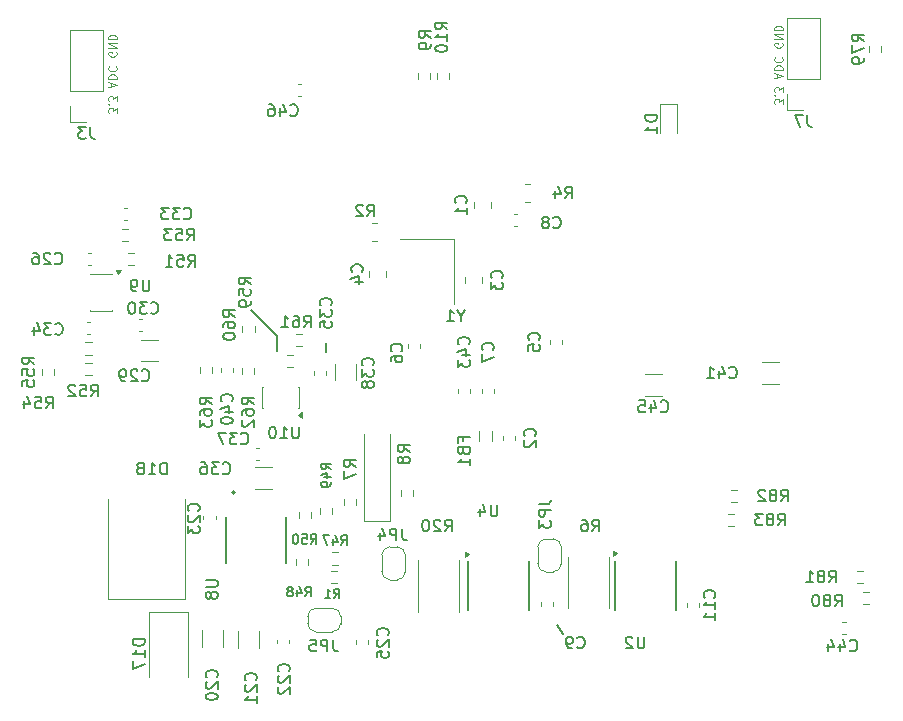
<source format=gbr>
%TF.GenerationSoftware,KiCad,Pcbnew,9.0.5*%
%TF.CreationDate,2025-11-12T00:35:56+01:00*%
%TF.ProjectId,mobile_robot,6d6f6269-6c65-45f7-926f-626f742e6b69,rev?*%
%TF.SameCoordinates,Original*%
%TF.FileFunction,Legend,Bot*%
%TF.FilePolarity,Positive*%
%FSLAX46Y46*%
G04 Gerber Fmt 4.6, Leading zero omitted, Abs format (unit mm)*
G04 Created by KiCad (PCBNEW 9.0.5) date 2025-11-12 00:35:56*
%MOMM*%
%LPD*%
G01*
G04 APERTURE LIST*
%ADD10C,0.150000*%
%ADD11C,0.100000*%
%ADD12C,0.120000*%
%ADD13C,0.127000*%
%ADD14C,0.200000*%
G04 APERTURE END LIST*
D10*
X155448000Y-91186000D02*
X154940000Y-90424000D01*
X129032000Y-63754000D02*
X131188203Y-65913000D01*
X135382000Y-66548000D02*
X135382000Y-67310000D01*
X131188203Y-65913000D02*
X131188203Y-67183000D01*
D11*
X174018866Y-46316211D02*
X174018866Y-45882877D01*
X174018866Y-45882877D02*
X173752200Y-46116211D01*
X173752200Y-46116211D02*
X173752200Y-46016211D01*
X173752200Y-46016211D02*
X173718866Y-45949544D01*
X173718866Y-45949544D02*
X173685533Y-45916211D01*
X173685533Y-45916211D02*
X173618866Y-45882877D01*
X173618866Y-45882877D02*
X173452200Y-45882877D01*
X173452200Y-45882877D02*
X173385533Y-45916211D01*
X173385533Y-45916211D02*
X173352200Y-45949544D01*
X173352200Y-45949544D02*
X173318866Y-46016211D01*
X173318866Y-46016211D02*
X173318866Y-46216211D01*
X173318866Y-46216211D02*
X173352200Y-46282877D01*
X173352200Y-46282877D02*
X173385533Y-46316211D01*
X173385533Y-45582877D02*
X173352200Y-45549544D01*
X173352200Y-45549544D02*
X173318866Y-45582877D01*
X173318866Y-45582877D02*
X173352200Y-45616210D01*
X173352200Y-45616210D02*
X173385533Y-45582877D01*
X173385533Y-45582877D02*
X173318866Y-45582877D01*
X174018866Y-45316211D02*
X174018866Y-44882877D01*
X174018866Y-44882877D02*
X173752200Y-45116211D01*
X173752200Y-45116211D02*
X173752200Y-45016211D01*
X173752200Y-45016211D02*
X173718866Y-44949544D01*
X173718866Y-44949544D02*
X173685533Y-44916211D01*
X173685533Y-44916211D02*
X173618866Y-44882877D01*
X173618866Y-44882877D02*
X173452200Y-44882877D01*
X173452200Y-44882877D02*
X173385533Y-44916211D01*
X173385533Y-44916211D02*
X173352200Y-44949544D01*
X173352200Y-44949544D02*
X173318866Y-45016211D01*
X173318866Y-45016211D02*
X173318866Y-45216211D01*
X173318866Y-45216211D02*
X173352200Y-45282877D01*
X173352200Y-45282877D02*
X173385533Y-45316211D01*
X173518866Y-44082877D02*
X173518866Y-43749544D01*
X173318866Y-44149544D02*
X174018866Y-43916211D01*
X174018866Y-43916211D02*
X173318866Y-43682877D01*
X173318866Y-43449544D02*
X174018866Y-43449544D01*
X174018866Y-43449544D02*
X174018866Y-43282877D01*
X174018866Y-43282877D02*
X173985533Y-43182877D01*
X173985533Y-43182877D02*
X173918866Y-43116211D01*
X173918866Y-43116211D02*
X173852200Y-43082877D01*
X173852200Y-43082877D02*
X173718866Y-43049544D01*
X173718866Y-43049544D02*
X173618866Y-43049544D01*
X173618866Y-43049544D02*
X173485533Y-43082877D01*
X173485533Y-43082877D02*
X173418866Y-43116211D01*
X173418866Y-43116211D02*
X173352200Y-43182877D01*
X173352200Y-43182877D02*
X173318866Y-43282877D01*
X173318866Y-43282877D02*
X173318866Y-43449544D01*
X173385533Y-42349544D02*
X173352200Y-42382877D01*
X173352200Y-42382877D02*
X173318866Y-42482877D01*
X173318866Y-42482877D02*
X173318866Y-42549544D01*
X173318866Y-42549544D02*
X173352200Y-42649544D01*
X173352200Y-42649544D02*
X173418866Y-42716211D01*
X173418866Y-42716211D02*
X173485533Y-42749544D01*
X173485533Y-42749544D02*
X173618866Y-42782877D01*
X173618866Y-42782877D02*
X173718866Y-42782877D01*
X173718866Y-42782877D02*
X173852200Y-42749544D01*
X173852200Y-42749544D02*
X173918866Y-42716211D01*
X173918866Y-42716211D02*
X173985533Y-42649544D01*
X173985533Y-42649544D02*
X174018866Y-42549544D01*
X174018866Y-42549544D02*
X174018866Y-42482877D01*
X174018866Y-42482877D02*
X173985533Y-42382877D01*
X173985533Y-42382877D02*
X173952200Y-42349544D01*
X173985533Y-41149544D02*
X174018866Y-41216211D01*
X174018866Y-41216211D02*
X174018866Y-41316211D01*
X174018866Y-41316211D02*
X173985533Y-41416211D01*
X173985533Y-41416211D02*
X173918866Y-41482878D01*
X173918866Y-41482878D02*
X173852200Y-41516211D01*
X173852200Y-41516211D02*
X173718866Y-41549544D01*
X173718866Y-41549544D02*
X173618866Y-41549544D01*
X173618866Y-41549544D02*
X173485533Y-41516211D01*
X173485533Y-41516211D02*
X173418866Y-41482878D01*
X173418866Y-41482878D02*
X173352200Y-41416211D01*
X173352200Y-41416211D02*
X173318866Y-41316211D01*
X173318866Y-41316211D02*
X173318866Y-41249544D01*
X173318866Y-41249544D02*
X173352200Y-41149544D01*
X173352200Y-41149544D02*
X173385533Y-41116211D01*
X173385533Y-41116211D02*
X173618866Y-41116211D01*
X173618866Y-41116211D02*
X173618866Y-41249544D01*
X173318866Y-40816211D02*
X174018866Y-40816211D01*
X174018866Y-40816211D02*
X173318866Y-40416211D01*
X173318866Y-40416211D02*
X174018866Y-40416211D01*
X173318866Y-40082878D02*
X174018866Y-40082878D01*
X174018866Y-40082878D02*
X174018866Y-39916211D01*
X174018866Y-39916211D02*
X173985533Y-39816211D01*
X173985533Y-39816211D02*
X173918866Y-39749545D01*
X173918866Y-39749545D02*
X173852200Y-39716211D01*
X173852200Y-39716211D02*
X173718866Y-39682878D01*
X173718866Y-39682878D02*
X173618866Y-39682878D01*
X173618866Y-39682878D02*
X173485533Y-39716211D01*
X173485533Y-39716211D02*
X173418866Y-39749545D01*
X173418866Y-39749545D02*
X173352200Y-39816211D01*
X173352200Y-39816211D02*
X173318866Y-39916211D01*
X173318866Y-39916211D02*
X173318866Y-40082878D01*
X117630866Y-47078211D02*
X117630866Y-46644877D01*
X117630866Y-46644877D02*
X117364200Y-46878211D01*
X117364200Y-46878211D02*
X117364200Y-46778211D01*
X117364200Y-46778211D02*
X117330866Y-46711544D01*
X117330866Y-46711544D02*
X117297533Y-46678211D01*
X117297533Y-46678211D02*
X117230866Y-46644877D01*
X117230866Y-46644877D02*
X117064200Y-46644877D01*
X117064200Y-46644877D02*
X116997533Y-46678211D01*
X116997533Y-46678211D02*
X116964200Y-46711544D01*
X116964200Y-46711544D02*
X116930866Y-46778211D01*
X116930866Y-46778211D02*
X116930866Y-46978211D01*
X116930866Y-46978211D02*
X116964200Y-47044877D01*
X116964200Y-47044877D02*
X116997533Y-47078211D01*
X116997533Y-46344877D02*
X116964200Y-46311544D01*
X116964200Y-46311544D02*
X116930866Y-46344877D01*
X116930866Y-46344877D02*
X116964200Y-46378210D01*
X116964200Y-46378210D02*
X116997533Y-46344877D01*
X116997533Y-46344877D02*
X116930866Y-46344877D01*
X117630866Y-46078211D02*
X117630866Y-45644877D01*
X117630866Y-45644877D02*
X117364200Y-45878211D01*
X117364200Y-45878211D02*
X117364200Y-45778211D01*
X117364200Y-45778211D02*
X117330866Y-45711544D01*
X117330866Y-45711544D02*
X117297533Y-45678211D01*
X117297533Y-45678211D02*
X117230866Y-45644877D01*
X117230866Y-45644877D02*
X117064200Y-45644877D01*
X117064200Y-45644877D02*
X116997533Y-45678211D01*
X116997533Y-45678211D02*
X116964200Y-45711544D01*
X116964200Y-45711544D02*
X116930866Y-45778211D01*
X116930866Y-45778211D02*
X116930866Y-45978211D01*
X116930866Y-45978211D02*
X116964200Y-46044877D01*
X116964200Y-46044877D02*
X116997533Y-46078211D01*
X117130866Y-44844877D02*
X117130866Y-44511544D01*
X116930866Y-44911544D02*
X117630866Y-44678211D01*
X117630866Y-44678211D02*
X116930866Y-44444877D01*
X116930866Y-44211544D02*
X117630866Y-44211544D01*
X117630866Y-44211544D02*
X117630866Y-44044877D01*
X117630866Y-44044877D02*
X117597533Y-43944877D01*
X117597533Y-43944877D02*
X117530866Y-43878211D01*
X117530866Y-43878211D02*
X117464200Y-43844877D01*
X117464200Y-43844877D02*
X117330866Y-43811544D01*
X117330866Y-43811544D02*
X117230866Y-43811544D01*
X117230866Y-43811544D02*
X117097533Y-43844877D01*
X117097533Y-43844877D02*
X117030866Y-43878211D01*
X117030866Y-43878211D02*
X116964200Y-43944877D01*
X116964200Y-43944877D02*
X116930866Y-44044877D01*
X116930866Y-44044877D02*
X116930866Y-44211544D01*
X116997533Y-43111544D02*
X116964200Y-43144877D01*
X116964200Y-43144877D02*
X116930866Y-43244877D01*
X116930866Y-43244877D02*
X116930866Y-43311544D01*
X116930866Y-43311544D02*
X116964200Y-43411544D01*
X116964200Y-43411544D02*
X117030866Y-43478211D01*
X117030866Y-43478211D02*
X117097533Y-43511544D01*
X117097533Y-43511544D02*
X117230866Y-43544877D01*
X117230866Y-43544877D02*
X117330866Y-43544877D01*
X117330866Y-43544877D02*
X117464200Y-43511544D01*
X117464200Y-43511544D02*
X117530866Y-43478211D01*
X117530866Y-43478211D02*
X117597533Y-43411544D01*
X117597533Y-43411544D02*
X117630866Y-43311544D01*
X117630866Y-43311544D02*
X117630866Y-43244877D01*
X117630866Y-43244877D02*
X117597533Y-43144877D01*
X117597533Y-43144877D02*
X117564200Y-43111544D01*
X117597533Y-41911544D02*
X117630866Y-41978211D01*
X117630866Y-41978211D02*
X117630866Y-42078211D01*
X117630866Y-42078211D02*
X117597533Y-42178211D01*
X117597533Y-42178211D02*
X117530866Y-42244878D01*
X117530866Y-42244878D02*
X117464200Y-42278211D01*
X117464200Y-42278211D02*
X117330866Y-42311544D01*
X117330866Y-42311544D02*
X117230866Y-42311544D01*
X117230866Y-42311544D02*
X117097533Y-42278211D01*
X117097533Y-42278211D02*
X117030866Y-42244878D01*
X117030866Y-42244878D02*
X116964200Y-42178211D01*
X116964200Y-42178211D02*
X116930866Y-42078211D01*
X116930866Y-42078211D02*
X116930866Y-42011544D01*
X116930866Y-42011544D02*
X116964200Y-41911544D01*
X116964200Y-41911544D02*
X116997533Y-41878211D01*
X116997533Y-41878211D02*
X117230866Y-41878211D01*
X117230866Y-41878211D02*
X117230866Y-42011544D01*
X116930866Y-41578211D02*
X117630866Y-41578211D01*
X117630866Y-41578211D02*
X116930866Y-41178211D01*
X116930866Y-41178211D02*
X117630866Y-41178211D01*
X116930866Y-40844878D02*
X117630866Y-40844878D01*
X117630866Y-40844878D02*
X117630866Y-40678211D01*
X117630866Y-40678211D02*
X117597533Y-40578211D01*
X117597533Y-40578211D02*
X117530866Y-40511545D01*
X117530866Y-40511545D02*
X117464200Y-40478211D01*
X117464200Y-40478211D02*
X117330866Y-40444878D01*
X117330866Y-40444878D02*
X117230866Y-40444878D01*
X117230866Y-40444878D02*
X117097533Y-40478211D01*
X117097533Y-40478211D02*
X117030866Y-40511545D01*
X117030866Y-40511545D02*
X116964200Y-40578211D01*
X116964200Y-40578211D02*
X116930866Y-40678211D01*
X116930866Y-40678211D02*
X116930866Y-40844878D01*
D10*
X146780190Y-64240628D02*
X146780190Y-64716819D01*
X147113523Y-63716819D02*
X146780190Y-64240628D01*
X146780190Y-64240628D02*
X146446857Y-63716819D01*
X145589714Y-64716819D02*
X146161142Y-64716819D01*
X145875428Y-64716819D02*
X145875428Y-63716819D01*
X145875428Y-63716819D02*
X145970666Y-63859676D01*
X145970666Y-63859676D02*
X146065904Y-63954914D01*
X146065904Y-63954914D02*
X146161142Y-64002533D01*
X133064094Y-73622819D02*
X133064094Y-74432342D01*
X133064094Y-74432342D02*
X133016475Y-74527580D01*
X133016475Y-74527580D02*
X132968856Y-74575200D01*
X132968856Y-74575200D02*
X132873618Y-74622819D01*
X132873618Y-74622819D02*
X132683142Y-74622819D01*
X132683142Y-74622819D02*
X132587904Y-74575200D01*
X132587904Y-74575200D02*
X132540285Y-74527580D01*
X132540285Y-74527580D02*
X132492666Y-74432342D01*
X132492666Y-74432342D02*
X132492666Y-73622819D01*
X131492666Y-74622819D02*
X132064094Y-74622819D01*
X131778380Y-74622819D02*
X131778380Y-73622819D01*
X131778380Y-73622819D02*
X131873618Y-73765676D01*
X131873618Y-73765676D02*
X131968856Y-73860914D01*
X131968856Y-73860914D02*
X132064094Y-73908533D01*
X130873618Y-73622819D02*
X130778380Y-73622819D01*
X130778380Y-73622819D02*
X130683142Y-73670438D01*
X130683142Y-73670438D02*
X130635523Y-73718057D01*
X130635523Y-73718057D02*
X130587904Y-73813295D01*
X130587904Y-73813295D02*
X130540285Y-74003771D01*
X130540285Y-74003771D02*
X130540285Y-74241866D01*
X130540285Y-74241866D02*
X130587904Y-74432342D01*
X130587904Y-74432342D02*
X130635523Y-74527580D01*
X130635523Y-74527580D02*
X130683142Y-74575200D01*
X130683142Y-74575200D02*
X130778380Y-74622819D01*
X130778380Y-74622819D02*
X130873618Y-74622819D01*
X130873618Y-74622819D02*
X130968856Y-74575200D01*
X130968856Y-74575200D02*
X131016475Y-74527580D01*
X131016475Y-74527580D02*
X131064094Y-74432342D01*
X131064094Y-74432342D02*
X131111713Y-74241866D01*
X131111713Y-74241866D02*
X131111713Y-74003771D01*
X131111713Y-74003771D02*
X131064094Y-73813295D01*
X131064094Y-73813295D02*
X131016475Y-73718057D01*
X131016475Y-73718057D02*
X130968856Y-73670438D01*
X130968856Y-73670438D02*
X130873618Y-73622819D01*
X120395904Y-61176819D02*
X120395904Y-61986342D01*
X120395904Y-61986342D02*
X120348285Y-62081580D01*
X120348285Y-62081580D02*
X120300666Y-62129200D01*
X120300666Y-62129200D02*
X120205428Y-62176819D01*
X120205428Y-62176819D02*
X120014952Y-62176819D01*
X120014952Y-62176819D02*
X119919714Y-62129200D01*
X119919714Y-62129200D02*
X119872095Y-62081580D01*
X119872095Y-62081580D02*
X119824476Y-61986342D01*
X119824476Y-61986342D02*
X119824476Y-61176819D01*
X119300666Y-62176819D02*
X119110190Y-62176819D01*
X119110190Y-62176819D02*
X119014952Y-62129200D01*
X119014952Y-62129200D02*
X118967333Y-62081580D01*
X118967333Y-62081580D02*
X118872095Y-61938723D01*
X118872095Y-61938723D02*
X118824476Y-61748247D01*
X118824476Y-61748247D02*
X118824476Y-61367295D01*
X118824476Y-61367295D02*
X118872095Y-61272057D01*
X118872095Y-61272057D02*
X118919714Y-61224438D01*
X118919714Y-61224438D02*
X119014952Y-61176819D01*
X119014952Y-61176819D02*
X119205428Y-61176819D01*
X119205428Y-61176819D02*
X119300666Y-61224438D01*
X119300666Y-61224438D02*
X119348285Y-61272057D01*
X119348285Y-61272057D02*
X119395904Y-61367295D01*
X119395904Y-61367295D02*
X119395904Y-61605390D01*
X119395904Y-61605390D02*
X119348285Y-61700628D01*
X119348285Y-61700628D02*
X119300666Y-61748247D01*
X119300666Y-61748247D02*
X119205428Y-61795866D01*
X119205428Y-61795866D02*
X119014952Y-61795866D01*
X119014952Y-61795866D02*
X118919714Y-61748247D01*
X118919714Y-61748247D02*
X118872095Y-61700628D01*
X118872095Y-61700628D02*
X118824476Y-61605390D01*
X125184819Y-86614095D02*
X125994342Y-86614095D01*
X125994342Y-86614095D02*
X126089580Y-86661714D01*
X126089580Y-86661714D02*
X126137200Y-86709333D01*
X126137200Y-86709333D02*
X126184819Y-86804571D01*
X126184819Y-86804571D02*
X126184819Y-86995047D01*
X126184819Y-86995047D02*
X126137200Y-87090285D01*
X126137200Y-87090285D02*
X126089580Y-87137904D01*
X126089580Y-87137904D02*
X125994342Y-87185523D01*
X125994342Y-87185523D02*
X125184819Y-87185523D01*
X125613390Y-87804571D02*
X125565771Y-87709333D01*
X125565771Y-87709333D02*
X125518152Y-87661714D01*
X125518152Y-87661714D02*
X125422914Y-87614095D01*
X125422914Y-87614095D02*
X125375295Y-87614095D01*
X125375295Y-87614095D02*
X125280057Y-87661714D01*
X125280057Y-87661714D02*
X125232438Y-87709333D01*
X125232438Y-87709333D02*
X125184819Y-87804571D01*
X125184819Y-87804571D02*
X125184819Y-87995047D01*
X125184819Y-87995047D02*
X125232438Y-88090285D01*
X125232438Y-88090285D02*
X125280057Y-88137904D01*
X125280057Y-88137904D02*
X125375295Y-88185523D01*
X125375295Y-88185523D02*
X125422914Y-88185523D01*
X125422914Y-88185523D02*
X125518152Y-88137904D01*
X125518152Y-88137904D02*
X125565771Y-88090285D01*
X125565771Y-88090285D02*
X125613390Y-87995047D01*
X125613390Y-87995047D02*
X125613390Y-87804571D01*
X125613390Y-87804571D02*
X125661009Y-87709333D01*
X125661009Y-87709333D02*
X125708628Y-87661714D01*
X125708628Y-87661714D02*
X125803866Y-87614095D01*
X125803866Y-87614095D02*
X125994342Y-87614095D01*
X125994342Y-87614095D02*
X126089580Y-87661714D01*
X126089580Y-87661714D02*
X126137200Y-87709333D01*
X126137200Y-87709333D02*
X126184819Y-87804571D01*
X126184819Y-87804571D02*
X126184819Y-87995047D01*
X126184819Y-87995047D02*
X126137200Y-88090285D01*
X126137200Y-88090285D02*
X126089580Y-88137904D01*
X126089580Y-88137904D02*
X125994342Y-88185523D01*
X125994342Y-88185523D02*
X125803866Y-88185523D01*
X125803866Y-88185523D02*
X125708628Y-88137904D01*
X125708628Y-88137904D02*
X125661009Y-88090285D01*
X125661009Y-88090285D02*
X125613390Y-87995047D01*
X149859904Y-80226819D02*
X149859904Y-81036342D01*
X149859904Y-81036342D02*
X149812285Y-81131580D01*
X149812285Y-81131580D02*
X149764666Y-81179200D01*
X149764666Y-81179200D02*
X149669428Y-81226819D01*
X149669428Y-81226819D02*
X149478952Y-81226819D01*
X149478952Y-81226819D02*
X149383714Y-81179200D01*
X149383714Y-81179200D02*
X149336095Y-81131580D01*
X149336095Y-81131580D02*
X149288476Y-81036342D01*
X149288476Y-81036342D02*
X149288476Y-80226819D01*
X148383714Y-80560152D02*
X148383714Y-81226819D01*
X148621809Y-80179200D02*
X148859904Y-80893485D01*
X148859904Y-80893485D02*
X148240857Y-80893485D01*
X162305904Y-91402819D02*
X162305904Y-92212342D01*
X162305904Y-92212342D02*
X162258285Y-92307580D01*
X162258285Y-92307580D02*
X162210666Y-92355200D01*
X162210666Y-92355200D02*
X162115428Y-92402819D01*
X162115428Y-92402819D02*
X161924952Y-92402819D01*
X161924952Y-92402819D02*
X161829714Y-92355200D01*
X161829714Y-92355200D02*
X161782095Y-92307580D01*
X161782095Y-92307580D02*
X161734476Y-92212342D01*
X161734476Y-92212342D02*
X161734476Y-91402819D01*
X161305904Y-91498057D02*
X161258285Y-91450438D01*
X161258285Y-91450438D02*
X161163047Y-91402819D01*
X161163047Y-91402819D02*
X160924952Y-91402819D01*
X160924952Y-91402819D02*
X160829714Y-91450438D01*
X160829714Y-91450438D02*
X160782095Y-91498057D01*
X160782095Y-91498057D02*
X160734476Y-91593295D01*
X160734476Y-91593295D02*
X160734476Y-91688533D01*
X160734476Y-91688533D02*
X160782095Y-91831390D01*
X160782095Y-91831390D02*
X161353523Y-92402819D01*
X161353523Y-92402819D02*
X160734476Y-92402819D01*
X173616857Y-81988819D02*
X173950190Y-81512628D01*
X174188285Y-81988819D02*
X174188285Y-80988819D01*
X174188285Y-80988819D02*
X173807333Y-80988819D01*
X173807333Y-80988819D02*
X173712095Y-81036438D01*
X173712095Y-81036438D02*
X173664476Y-81084057D01*
X173664476Y-81084057D02*
X173616857Y-81179295D01*
X173616857Y-81179295D02*
X173616857Y-81322152D01*
X173616857Y-81322152D02*
X173664476Y-81417390D01*
X173664476Y-81417390D02*
X173712095Y-81465009D01*
X173712095Y-81465009D02*
X173807333Y-81512628D01*
X173807333Y-81512628D02*
X174188285Y-81512628D01*
X173045428Y-81417390D02*
X173140666Y-81369771D01*
X173140666Y-81369771D02*
X173188285Y-81322152D01*
X173188285Y-81322152D02*
X173235904Y-81226914D01*
X173235904Y-81226914D02*
X173235904Y-81179295D01*
X173235904Y-81179295D02*
X173188285Y-81084057D01*
X173188285Y-81084057D02*
X173140666Y-81036438D01*
X173140666Y-81036438D02*
X173045428Y-80988819D01*
X173045428Y-80988819D02*
X172854952Y-80988819D01*
X172854952Y-80988819D02*
X172759714Y-81036438D01*
X172759714Y-81036438D02*
X172712095Y-81084057D01*
X172712095Y-81084057D02*
X172664476Y-81179295D01*
X172664476Y-81179295D02*
X172664476Y-81226914D01*
X172664476Y-81226914D02*
X172712095Y-81322152D01*
X172712095Y-81322152D02*
X172759714Y-81369771D01*
X172759714Y-81369771D02*
X172854952Y-81417390D01*
X172854952Y-81417390D02*
X173045428Y-81417390D01*
X173045428Y-81417390D02*
X173140666Y-81465009D01*
X173140666Y-81465009D02*
X173188285Y-81512628D01*
X173188285Y-81512628D02*
X173235904Y-81607866D01*
X173235904Y-81607866D02*
X173235904Y-81798342D01*
X173235904Y-81798342D02*
X173188285Y-81893580D01*
X173188285Y-81893580D02*
X173140666Y-81941200D01*
X173140666Y-81941200D02*
X173045428Y-81988819D01*
X173045428Y-81988819D02*
X172854952Y-81988819D01*
X172854952Y-81988819D02*
X172759714Y-81941200D01*
X172759714Y-81941200D02*
X172712095Y-81893580D01*
X172712095Y-81893580D02*
X172664476Y-81798342D01*
X172664476Y-81798342D02*
X172664476Y-81607866D01*
X172664476Y-81607866D02*
X172712095Y-81512628D01*
X172712095Y-81512628D02*
X172759714Y-81465009D01*
X172759714Y-81465009D02*
X172854952Y-81417390D01*
X172331142Y-80988819D02*
X171712095Y-80988819D01*
X171712095Y-80988819D02*
X172045428Y-81369771D01*
X172045428Y-81369771D02*
X171902571Y-81369771D01*
X171902571Y-81369771D02*
X171807333Y-81417390D01*
X171807333Y-81417390D02*
X171759714Y-81465009D01*
X171759714Y-81465009D02*
X171712095Y-81560247D01*
X171712095Y-81560247D02*
X171712095Y-81798342D01*
X171712095Y-81798342D02*
X171759714Y-81893580D01*
X171759714Y-81893580D02*
X171807333Y-81941200D01*
X171807333Y-81941200D02*
X171902571Y-81988819D01*
X171902571Y-81988819D02*
X172188285Y-81988819D01*
X172188285Y-81988819D02*
X172283523Y-81941200D01*
X172283523Y-81941200D02*
X172331142Y-81893580D01*
X173870857Y-79956819D02*
X174204190Y-79480628D01*
X174442285Y-79956819D02*
X174442285Y-78956819D01*
X174442285Y-78956819D02*
X174061333Y-78956819D01*
X174061333Y-78956819D02*
X173966095Y-79004438D01*
X173966095Y-79004438D02*
X173918476Y-79052057D01*
X173918476Y-79052057D02*
X173870857Y-79147295D01*
X173870857Y-79147295D02*
X173870857Y-79290152D01*
X173870857Y-79290152D02*
X173918476Y-79385390D01*
X173918476Y-79385390D02*
X173966095Y-79433009D01*
X173966095Y-79433009D02*
X174061333Y-79480628D01*
X174061333Y-79480628D02*
X174442285Y-79480628D01*
X173299428Y-79385390D02*
X173394666Y-79337771D01*
X173394666Y-79337771D02*
X173442285Y-79290152D01*
X173442285Y-79290152D02*
X173489904Y-79194914D01*
X173489904Y-79194914D02*
X173489904Y-79147295D01*
X173489904Y-79147295D02*
X173442285Y-79052057D01*
X173442285Y-79052057D02*
X173394666Y-79004438D01*
X173394666Y-79004438D02*
X173299428Y-78956819D01*
X173299428Y-78956819D02*
X173108952Y-78956819D01*
X173108952Y-78956819D02*
X173013714Y-79004438D01*
X173013714Y-79004438D02*
X172966095Y-79052057D01*
X172966095Y-79052057D02*
X172918476Y-79147295D01*
X172918476Y-79147295D02*
X172918476Y-79194914D01*
X172918476Y-79194914D02*
X172966095Y-79290152D01*
X172966095Y-79290152D02*
X173013714Y-79337771D01*
X173013714Y-79337771D02*
X173108952Y-79385390D01*
X173108952Y-79385390D02*
X173299428Y-79385390D01*
X173299428Y-79385390D02*
X173394666Y-79433009D01*
X173394666Y-79433009D02*
X173442285Y-79480628D01*
X173442285Y-79480628D02*
X173489904Y-79575866D01*
X173489904Y-79575866D02*
X173489904Y-79766342D01*
X173489904Y-79766342D02*
X173442285Y-79861580D01*
X173442285Y-79861580D02*
X173394666Y-79909200D01*
X173394666Y-79909200D02*
X173299428Y-79956819D01*
X173299428Y-79956819D02*
X173108952Y-79956819D01*
X173108952Y-79956819D02*
X173013714Y-79909200D01*
X173013714Y-79909200D02*
X172966095Y-79861580D01*
X172966095Y-79861580D02*
X172918476Y-79766342D01*
X172918476Y-79766342D02*
X172918476Y-79575866D01*
X172918476Y-79575866D02*
X172966095Y-79480628D01*
X172966095Y-79480628D02*
X173013714Y-79433009D01*
X173013714Y-79433009D02*
X173108952Y-79385390D01*
X172537523Y-79052057D02*
X172489904Y-79004438D01*
X172489904Y-79004438D02*
X172394666Y-78956819D01*
X172394666Y-78956819D02*
X172156571Y-78956819D01*
X172156571Y-78956819D02*
X172061333Y-79004438D01*
X172061333Y-79004438D02*
X172013714Y-79052057D01*
X172013714Y-79052057D02*
X171966095Y-79147295D01*
X171966095Y-79147295D02*
X171966095Y-79242533D01*
X171966095Y-79242533D02*
X172013714Y-79385390D01*
X172013714Y-79385390D02*
X172585142Y-79956819D01*
X172585142Y-79956819D02*
X171966095Y-79956819D01*
X177934857Y-86814819D02*
X178268190Y-86338628D01*
X178506285Y-86814819D02*
X178506285Y-85814819D01*
X178506285Y-85814819D02*
X178125333Y-85814819D01*
X178125333Y-85814819D02*
X178030095Y-85862438D01*
X178030095Y-85862438D02*
X177982476Y-85910057D01*
X177982476Y-85910057D02*
X177934857Y-86005295D01*
X177934857Y-86005295D02*
X177934857Y-86148152D01*
X177934857Y-86148152D02*
X177982476Y-86243390D01*
X177982476Y-86243390D02*
X178030095Y-86291009D01*
X178030095Y-86291009D02*
X178125333Y-86338628D01*
X178125333Y-86338628D02*
X178506285Y-86338628D01*
X177363428Y-86243390D02*
X177458666Y-86195771D01*
X177458666Y-86195771D02*
X177506285Y-86148152D01*
X177506285Y-86148152D02*
X177553904Y-86052914D01*
X177553904Y-86052914D02*
X177553904Y-86005295D01*
X177553904Y-86005295D02*
X177506285Y-85910057D01*
X177506285Y-85910057D02*
X177458666Y-85862438D01*
X177458666Y-85862438D02*
X177363428Y-85814819D01*
X177363428Y-85814819D02*
X177172952Y-85814819D01*
X177172952Y-85814819D02*
X177077714Y-85862438D01*
X177077714Y-85862438D02*
X177030095Y-85910057D01*
X177030095Y-85910057D02*
X176982476Y-86005295D01*
X176982476Y-86005295D02*
X176982476Y-86052914D01*
X176982476Y-86052914D02*
X177030095Y-86148152D01*
X177030095Y-86148152D02*
X177077714Y-86195771D01*
X177077714Y-86195771D02*
X177172952Y-86243390D01*
X177172952Y-86243390D02*
X177363428Y-86243390D01*
X177363428Y-86243390D02*
X177458666Y-86291009D01*
X177458666Y-86291009D02*
X177506285Y-86338628D01*
X177506285Y-86338628D02*
X177553904Y-86433866D01*
X177553904Y-86433866D02*
X177553904Y-86624342D01*
X177553904Y-86624342D02*
X177506285Y-86719580D01*
X177506285Y-86719580D02*
X177458666Y-86767200D01*
X177458666Y-86767200D02*
X177363428Y-86814819D01*
X177363428Y-86814819D02*
X177172952Y-86814819D01*
X177172952Y-86814819D02*
X177077714Y-86767200D01*
X177077714Y-86767200D02*
X177030095Y-86719580D01*
X177030095Y-86719580D02*
X176982476Y-86624342D01*
X176982476Y-86624342D02*
X176982476Y-86433866D01*
X176982476Y-86433866D02*
X177030095Y-86338628D01*
X177030095Y-86338628D02*
X177077714Y-86291009D01*
X177077714Y-86291009D02*
X177172952Y-86243390D01*
X176030095Y-86814819D02*
X176601523Y-86814819D01*
X176315809Y-86814819D02*
X176315809Y-85814819D01*
X176315809Y-85814819D02*
X176411047Y-85957676D01*
X176411047Y-85957676D02*
X176506285Y-86052914D01*
X176506285Y-86052914D02*
X176601523Y-86100533D01*
X178442857Y-88846819D02*
X178776190Y-88370628D01*
X179014285Y-88846819D02*
X179014285Y-87846819D01*
X179014285Y-87846819D02*
X178633333Y-87846819D01*
X178633333Y-87846819D02*
X178538095Y-87894438D01*
X178538095Y-87894438D02*
X178490476Y-87942057D01*
X178490476Y-87942057D02*
X178442857Y-88037295D01*
X178442857Y-88037295D02*
X178442857Y-88180152D01*
X178442857Y-88180152D02*
X178490476Y-88275390D01*
X178490476Y-88275390D02*
X178538095Y-88323009D01*
X178538095Y-88323009D02*
X178633333Y-88370628D01*
X178633333Y-88370628D02*
X179014285Y-88370628D01*
X177871428Y-88275390D02*
X177966666Y-88227771D01*
X177966666Y-88227771D02*
X178014285Y-88180152D01*
X178014285Y-88180152D02*
X178061904Y-88084914D01*
X178061904Y-88084914D02*
X178061904Y-88037295D01*
X178061904Y-88037295D02*
X178014285Y-87942057D01*
X178014285Y-87942057D02*
X177966666Y-87894438D01*
X177966666Y-87894438D02*
X177871428Y-87846819D01*
X177871428Y-87846819D02*
X177680952Y-87846819D01*
X177680952Y-87846819D02*
X177585714Y-87894438D01*
X177585714Y-87894438D02*
X177538095Y-87942057D01*
X177538095Y-87942057D02*
X177490476Y-88037295D01*
X177490476Y-88037295D02*
X177490476Y-88084914D01*
X177490476Y-88084914D02*
X177538095Y-88180152D01*
X177538095Y-88180152D02*
X177585714Y-88227771D01*
X177585714Y-88227771D02*
X177680952Y-88275390D01*
X177680952Y-88275390D02*
X177871428Y-88275390D01*
X177871428Y-88275390D02*
X177966666Y-88323009D01*
X177966666Y-88323009D02*
X178014285Y-88370628D01*
X178014285Y-88370628D02*
X178061904Y-88465866D01*
X178061904Y-88465866D02*
X178061904Y-88656342D01*
X178061904Y-88656342D02*
X178014285Y-88751580D01*
X178014285Y-88751580D02*
X177966666Y-88799200D01*
X177966666Y-88799200D02*
X177871428Y-88846819D01*
X177871428Y-88846819D02*
X177680952Y-88846819D01*
X177680952Y-88846819D02*
X177585714Y-88799200D01*
X177585714Y-88799200D02*
X177538095Y-88751580D01*
X177538095Y-88751580D02*
X177490476Y-88656342D01*
X177490476Y-88656342D02*
X177490476Y-88465866D01*
X177490476Y-88465866D02*
X177538095Y-88370628D01*
X177538095Y-88370628D02*
X177585714Y-88323009D01*
X177585714Y-88323009D02*
X177680952Y-88275390D01*
X176871428Y-87846819D02*
X176776190Y-87846819D01*
X176776190Y-87846819D02*
X176680952Y-87894438D01*
X176680952Y-87894438D02*
X176633333Y-87942057D01*
X176633333Y-87942057D02*
X176585714Y-88037295D01*
X176585714Y-88037295D02*
X176538095Y-88227771D01*
X176538095Y-88227771D02*
X176538095Y-88465866D01*
X176538095Y-88465866D02*
X176585714Y-88656342D01*
X176585714Y-88656342D02*
X176633333Y-88751580D01*
X176633333Y-88751580D02*
X176680952Y-88799200D01*
X176680952Y-88799200D02*
X176776190Y-88846819D01*
X176776190Y-88846819D02*
X176871428Y-88846819D01*
X176871428Y-88846819D02*
X176966666Y-88799200D01*
X176966666Y-88799200D02*
X177014285Y-88751580D01*
X177014285Y-88751580D02*
X177061904Y-88656342D01*
X177061904Y-88656342D02*
X177109523Y-88465866D01*
X177109523Y-88465866D02*
X177109523Y-88227771D01*
X177109523Y-88227771D02*
X177061904Y-88037295D01*
X177061904Y-88037295D02*
X177014285Y-87942057D01*
X177014285Y-87942057D02*
X176966666Y-87894438D01*
X176966666Y-87894438D02*
X176871428Y-87846819D01*
X180888819Y-41013142D02*
X180412628Y-40679809D01*
X180888819Y-40441714D02*
X179888819Y-40441714D01*
X179888819Y-40441714D02*
X179888819Y-40822666D01*
X179888819Y-40822666D02*
X179936438Y-40917904D01*
X179936438Y-40917904D02*
X179984057Y-40965523D01*
X179984057Y-40965523D02*
X180079295Y-41013142D01*
X180079295Y-41013142D02*
X180222152Y-41013142D01*
X180222152Y-41013142D02*
X180317390Y-40965523D01*
X180317390Y-40965523D02*
X180365009Y-40917904D01*
X180365009Y-40917904D02*
X180412628Y-40822666D01*
X180412628Y-40822666D02*
X180412628Y-40441714D01*
X179888819Y-41346476D02*
X179888819Y-42013142D01*
X179888819Y-42013142D02*
X180888819Y-41584571D01*
X180888819Y-42441714D02*
X180888819Y-42632190D01*
X180888819Y-42632190D02*
X180841200Y-42727428D01*
X180841200Y-42727428D02*
X180793580Y-42775047D01*
X180793580Y-42775047D02*
X180650723Y-42870285D01*
X180650723Y-42870285D02*
X180460247Y-42917904D01*
X180460247Y-42917904D02*
X180079295Y-42917904D01*
X180079295Y-42917904D02*
X179984057Y-42870285D01*
X179984057Y-42870285D02*
X179936438Y-42822666D01*
X179936438Y-42822666D02*
X179888819Y-42727428D01*
X179888819Y-42727428D02*
X179888819Y-42536952D01*
X179888819Y-42536952D02*
X179936438Y-42441714D01*
X179936438Y-42441714D02*
X179984057Y-42394095D01*
X179984057Y-42394095D02*
X180079295Y-42346476D01*
X180079295Y-42346476D02*
X180317390Y-42346476D01*
X180317390Y-42346476D02*
X180412628Y-42394095D01*
X180412628Y-42394095D02*
X180460247Y-42441714D01*
X180460247Y-42441714D02*
X180507866Y-42536952D01*
X180507866Y-42536952D02*
X180507866Y-42727428D01*
X180507866Y-42727428D02*
X180460247Y-42822666D01*
X180460247Y-42822666D02*
X180412628Y-42870285D01*
X180412628Y-42870285D02*
X180317390Y-42917904D01*
X125676819Y-71747142D02*
X125200628Y-71413809D01*
X125676819Y-71175714D02*
X124676819Y-71175714D01*
X124676819Y-71175714D02*
X124676819Y-71556666D01*
X124676819Y-71556666D02*
X124724438Y-71651904D01*
X124724438Y-71651904D02*
X124772057Y-71699523D01*
X124772057Y-71699523D02*
X124867295Y-71747142D01*
X124867295Y-71747142D02*
X125010152Y-71747142D01*
X125010152Y-71747142D02*
X125105390Y-71699523D01*
X125105390Y-71699523D02*
X125153009Y-71651904D01*
X125153009Y-71651904D02*
X125200628Y-71556666D01*
X125200628Y-71556666D02*
X125200628Y-71175714D01*
X124676819Y-72604285D02*
X124676819Y-72413809D01*
X124676819Y-72413809D02*
X124724438Y-72318571D01*
X124724438Y-72318571D02*
X124772057Y-72270952D01*
X124772057Y-72270952D02*
X124914914Y-72175714D01*
X124914914Y-72175714D02*
X125105390Y-72128095D01*
X125105390Y-72128095D02*
X125486342Y-72128095D01*
X125486342Y-72128095D02*
X125581580Y-72175714D01*
X125581580Y-72175714D02*
X125629200Y-72223333D01*
X125629200Y-72223333D02*
X125676819Y-72318571D01*
X125676819Y-72318571D02*
X125676819Y-72509047D01*
X125676819Y-72509047D02*
X125629200Y-72604285D01*
X125629200Y-72604285D02*
X125581580Y-72651904D01*
X125581580Y-72651904D02*
X125486342Y-72699523D01*
X125486342Y-72699523D02*
X125248247Y-72699523D01*
X125248247Y-72699523D02*
X125153009Y-72651904D01*
X125153009Y-72651904D02*
X125105390Y-72604285D01*
X125105390Y-72604285D02*
X125057771Y-72509047D01*
X125057771Y-72509047D02*
X125057771Y-72318571D01*
X125057771Y-72318571D02*
X125105390Y-72223333D01*
X125105390Y-72223333D02*
X125153009Y-72175714D01*
X125153009Y-72175714D02*
X125248247Y-72128095D01*
X124676819Y-73032857D02*
X124676819Y-73651904D01*
X124676819Y-73651904D02*
X125057771Y-73318571D01*
X125057771Y-73318571D02*
X125057771Y-73461428D01*
X125057771Y-73461428D02*
X125105390Y-73556666D01*
X125105390Y-73556666D02*
X125153009Y-73604285D01*
X125153009Y-73604285D02*
X125248247Y-73651904D01*
X125248247Y-73651904D02*
X125486342Y-73651904D01*
X125486342Y-73651904D02*
X125581580Y-73604285D01*
X125581580Y-73604285D02*
X125629200Y-73556666D01*
X125629200Y-73556666D02*
X125676819Y-73461428D01*
X125676819Y-73461428D02*
X125676819Y-73175714D01*
X125676819Y-73175714D02*
X125629200Y-73080476D01*
X125629200Y-73080476D02*
X125581580Y-73032857D01*
X129232819Y-71747142D02*
X128756628Y-71413809D01*
X129232819Y-71175714D02*
X128232819Y-71175714D01*
X128232819Y-71175714D02*
X128232819Y-71556666D01*
X128232819Y-71556666D02*
X128280438Y-71651904D01*
X128280438Y-71651904D02*
X128328057Y-71699523D01*
X128328057Y-71699523D02*
X128423295Y-71747142D01*
X128423295Y-71747142D02*
X128566152Y-71747142D01*
X128566152Y-71747142D02*
X128661390Y-71699523D01*
X128661390Y-71699523D02*
X128709009Y-71651904D01*
X128709009Y-71651904D02*
X128756628Y-71556666D01*
X128756628Y-71556666D02*
X128756628Y-71175714D01*
X128232819Y-72604285D02*
X128232819Y-72413809D01*
X128232819Y-72413809D02*
X128280438Y-72318571D01*
X128280438Y-72318571D02*
X128328057Y-72270952D01*
X128328057Y-72270952D02*
X128470914Y-72175714D01*
X128470914Y-72175714D02*
X128661390Y-72128095D01*
X128661390Y-72128095D02*
X129042342Y-72128095D01*
X129042342Y-72128095D02*
X129137580Y-72175714D01*
X129137580Y-72175714D02*
X129185200Y-72223333D01*
X129185200Y-72223333D02*
X129232819Y-72318571D01*
X129232819Y-72318571D02*
X129232819Y-72509047D01*
X129232819Y-72509047D02*
X129185200Y-72604285D01*
X129185200Y-72604285D02*
X129137580Y-72651904D01*
X129137580Y-72651904D02*
X129042342Y-72699523D01*
X129042342Y-72699523D02*
X128804247Y-72699523D01*
X128804247Y-72699523D02*
X128709009Y-72651904D01*
X128709009Y-72651904D02*
X128661390Y-72604285D01*
X128661390Y-72604285D02*
X128613771Y-72509047D01*
X128613771Y-72509047D02*
X128613771Y-72318571D01*
X128613771Y-72318571D02*
X128661390Y-72223333D01*
X128661390Y-72223333D02*
X128709009Y-72175714D01*
X128709009Y-72175714D02*
X128804247Y-72128095D01*
X128328057Y-73080476D02*
X128280438Y-73128095D01*
X128280438Y-73128095D02*
X128232819Y-73223333D01*
X128232819Y-73223333D02*
X128232819Y-73461428D01*
X128232819Y-73461428D02*
X128280438Y-73556666D01*
X128280438Y-73556666D02*
X128328057Y-73604285D01*
X128328057Y-73604285D02*
X128423295Y-73651904D01*
X128423295Y-73651904D02*
X128518533Y-73651904D01*
X128518533Y-73651904D02*
X128661390Y-73604285D01*
X128661390Y-73604285D02*
X129232819Y-73032857D01*
X129232819Y-73032857D02*
X129232819Y-73651904D01*
X133484857Y-65224819D02*
X133818190Y-64748628D01*
X134056285Y-65224819D02*
X134056285Y-64224819D01*
X134056285Y-64224819D02*
X133675333Y-64224819D01*
X133675333Y-64224819D02*
X133580095Y-64272438D01*
X133580095Y-64272438D02*
X133532476Y-64320057D01*
X133532476Y-64320057D02*
X133484857Y-64415295D01*
X133484857Y-64415295D02*
X133484857Y-64558152D01*
X133484857Y-64558152D02*
X133532476Y-64653390D01*
X133532476Y-64653390D02*
X133580095Y-64701009D01*
X133580095Y-64701009D02*
X133675333Y-64748628D01*
X133675333Y-64748628D02*
X134056285Y-64748628D01*
X132627714Y-64224819D02*
X132818190Y-64224819D01*
X132818190Y-64224819D02*
X132913428Y-64272438D01*
X132913428Y-64272438D02*
X132961047Y-64320057D01*
X132961047Y-64320057D02*
X133056285Y-64462914D01*
X133056285Y-64462914D02*
X133103904Y-64653390D01*
X133103904Y-64653390D02*
X133103904Y-65034342D01*
X133103904Y-65034342D02*
X133056285Y-65129580D01*
X133056285Y-65129580D02*
X133008666Y-65177200D01*
X133008666Y-65177200D02*
X132913428Y-65224819D01*
X132913428Y-65224819D02*
X132722952Y-65224819D01*
X132722952Y-65224819D02*
X132627714Y-65177200D01*
X132627714Y-65177200D02*
X132580095Y-65129580D01*
X132580095Y-65129580D02*
X132532476Y-65034342D01*
X132532476Y-65034342D02*
X132532476Y-64796247D01*
X132532476Y-64796247D02*
X132580095Y-64701009D01*
X132580095Y-64701009D02*
X132627714Y-64653390D01*
X132627714Y-64653390D02*
X132722952Y-64605771D01*
X132722952Y-64605771D02*
X132913428Y-64605771D01*
X132913428Y-64605771D02*
X133008666Y-64653390D01*
X133008666Y-64653390D02*
X133056285Y-64701009D01*
X133056285Y-64701009D02*
X133103904Y-64796247D01*
X131580095Y-65224819D02*
X132151523Y-65224819D01*
X131865809Y-65224819D02*
X131865809Y-64224819D01*
X131865809Y-64224819D02*
X131961047Y-64367676D01*
X131961047Y-64367676D02*
X132056285Y-64462914D01*
X132056285Y-64462914D02*
X132151523Y-64510533D01*
X127654819Y-64357142D02*
X127178628Y-64023809D01*
X127654819Y-63785714D02*
X126654819Y-63785714D01*
X126654819Y-63785714D02*
X126654819Y-64166666D01*
X126654819Y-64166666D02*
X126702438Y-64261904D01*
X126702438Y-64261904D02*
X126750057Y-64309523D01*
X126750057Y-64309523D02*
X126845295Y-64357142D01*
X126845295Y-64357142D02*
X126988152Y-64357142D01*
X126988152Y-64357142D02*
X127083390Y-64309523D01*
X127083390Y-64309523D02*
X127131009Y-64261904D01*
X127131009Y-64261904D02*
X127178628Y-64166666D01*
X127178628Y-64166666D02*
X127178628Y-63785714D01*
X126654819Y-65214285D02*
X126654819Y-65023809D01*
X126654819Y-65023809D02*
X126702438Y-64928571D01*
X126702438Y-64928571D02*
X126750057Y-64880952D01*
X126750057Y-64880952D02*
X126892914Y-64785714D01*
X126892914Y-64785714D02*
X127083390Y-64738095D01*
X127083390Y-64738095D02*
X127464342Y-64738095D01*
X127464342Y-64738095D02*
X127559580Y-64785714D01*
X127559580Y-64785714D02*
X127607200Y-64833333D01*
X127607200Y-64833333D02*
X127654819Y-64928571D01*
X127654819Y-64928571D02*
X127654819Y-65119047D01*
X127654819Y-65119047D02*
X127607200Y-65214285D01*
X127607200Y-65214285D02*
X127559580Y-65261904D01*
X127559580Y-65261904D02*
X127464342Y-65309523D01*
X127464342Y-65309523D02*
X127226247Y-65309523D01*
X127226247Y-65309523D02*
X127131009Y-65261904D01*
X127131009Y-65261904D02*
X127083390Y-65214285D01*
X127083390Y-65214285D02*
X127035771Y-65119047D01*
X127035771Y-65119047D02*
X127035771Y-64928571D01*
X127035771Y-64928571D02*
X127083390Y-64833333D01*
X127083390Y-64833333D02*
X127131009Y-64785714D01*
X127131009Y-64785714D02*
X127226247Y-64738095D01*
X126654819Y-65928571D02*
X126654819Y-66023809D01*
X126654819Y-66023809D02*
X126702438Y-66119047D01*
X126702438Y-66119047D02*
X126750057Y-66166666D01*
X126750057Y-66166666D02*
X126845295Y-66214285D01*
X126845295Y-66214285D02*
X127035771Y-66261904D01*
X127035771Y-66261904D02*
X127273866Y-66261904D01*
X127273866Y-66261904D02*
X127464342Y-66214285D01*
X127464342Y-66214285D02*
X127559580Y-66166666D01*
X127559580Y-66166666D02*
X127607200Y-66119047D01*
X127607200Y-66119047D02*
X127654819Y-66023809D01*
X127654819Y-66023809D02*
X127654819Y-65928571D01*
X127654819Y-65928571D02*
X127607200Y-65833333D01*
X127607200Y-65833333D02*
X127559580Y-65785714D01*
X127559580Y-65785714D02*
X127464342Y-65738095D01*
X127464342Y-65738095D02*
X127273866Y-65690476D01*
X127273866Y-65690476D02*
X127035771Y-65690476D01*
X127035771Y-65690476D02*
X126845295Y-65738095D01*
X126845295Y-65738095D02*
X126750057Y-65785714D01*
X126750057Y-65785714D02*
X126702438Y-65833333D01*
X126702438Y-65833333D02*
X126654819Y-65928571D01*
X128978819Y-61587142D02*
X128502628Y-61253809D01*
X128978819Y-61015714D02*
X127978819Y-61015714D01*
X127978819Y-61015714D02*
X127978819Y-61396666D01*
X127978819Y-61396666D02*
X128026438Y-61491904D01*
X128026438Y-61491904D02*
X128074057Y-61539523D01*
X128074057Y-61539523D02*
X128169295Y-61587142D01*
X128169295Y-61587142D02*
X128312152Y-61587142D01*
X128312152Y-61587142D02*
X128407390Y-61539523D01*
X128407390Y-61539523D02*
X128455009Y-61491904D01*
X128455009Y-61491904D02*
X128502628Y-61396666D01*
X128502628Y-61396666D02*
X128502628Y-61015714D01*
X127978819Y-62491904D02*
X127978819Y-62015714D01*
X127978819Y-62015714D02*
X128455009Y-61968095D01*
X128455009Y-61968095D02*
X128407390Y-62015714D01*
X128407390Y-62015714D02*
X128359771Y-62110952D01*
X128359771Y-62110952D02*
X128359771Y-62349047D01*
X128359771Y-62349047D02*
X128407390Y-62444285D01*
X128407390Y-62444285D02*
X128455009Y-62491904D01*
X128455009Y-62491904D02*
X128550247Y-62539523D01*
X128550247Y-62539523D02*
X128788342Y-62539523D01*
X128788342Y-62539523D02*
X128883580Y-62491904D01*
X128883580Y-62491904D02*
X128931200Y-62444285D01*
X128931200Y-62444285D02*
X128978819Y-62349047D01*
X128978819Y-62349047D02*
X128978819Y-62110952D01*
X128978819Y-62110952D02*
X128931200Y-62015714D01*
X128931200Y-62015714D02*
X128883580Y-61968095D01*
X128978819Y-63015714D02*
X128978819Y-63206190D01*
X128978819Y-63206190D02*
X128931200Y-63301428D01*
X128931200Y-63301428D02*
X128883580Y-63349047D01*
X128883580Y-63349047D02*
X128740723Y-63444285D01*
X128740723Y-63444285D02*
X128550247Y-63491904D01*
X128550247Y-63491904D02*
X128169295Y-63491904D01*
X128169295Y-63491904D02*
X128074057Y-63444285D01*
X128074057Y-63444285D02*
X128026438Y-63396666D01*
X128026438Y-63396666D02*
X127978819Y-63301428D01*
X127978819Y-63301428D02*
X127978819Y-63110952D01*
X127978819Y-63110952D02*
X128026438Y-63015714D01*
X128026438Y-63015714D02*
X128074057Y-62968095D01*
X128074057Y-62968095D02*
X128169295Y-62920476D01*
X128169295Y-62920476D02*
X128407390Y-62920476D01*
X128407390Y-62920476D02*
X128502628Y-62968095D01*
X128502628Y-62968095D02*
X128550247Y-63015714D01*
X128550247Y-63015714D02*
X128597866Y-63110952D01*
X128597866Y-63110952D02*
X128597866Y-63301428D01*
X128597866Y-63301428D02*
X128550247Y-63396666D01*
X128550247Y-63396666D02*
X128502628Y-63444285D01*
X128502628Y-63444285D02*
X128407390Y-63491904D01*
X110654819Y-68357142D02*
X110178628Y-68023809D01*
X110654819Y-67785714D02*
X109654819Y-67785714D01*
X109654819Y-67785714D02*
X109654819Y-68166666D01*
X109654819Y-68166666D02*
X109702438Y-68261904D01*
X109702438Y-68261904D02*
X109750057Y-68309523D01*
X109750057Y-68309523D02*
X109845295Y-68357142D01*
X109845295Y-68357142D02*
X109988152Y-68357142D01*
X109988152Y-68357142D02*
X110083390Y-68309523D01*
X110083390Y-68309523D02*
X110131009Y-68261904D01*
X110131009Y-68261904D02*
X110178628Y-68166666D01*
X110178628Y-68166666D02*
X110178628Y-67785714D01*
X109654819Y-69261904D02*
X109654819Y-68785714D01*
X109654819Y-68785714D02*
X110131009Y-68738095D01*
X110131009Y-68738095D02*
X110083390Y-68785714D01*
X110083390Y-68785714D02*
X110035771Y-68880952D01*
X110035771Y-68880952D02*
X110035771Y-69119047D01*
X110035771Y-69119047D02*
X110083390Y-69214285D01*
X110083390Y-69214285D02*
X110131009Y-69261904D01*
X110131009Y-69261904D02*
X110226247Y-69309523D01*
X110226247Y-69309523D02*
X110464342Y-69309523D01*
X110464342Y-69309523D02*
X110559580Y-69261904D01*
X110559580Y-69261904D02*
X110607200Y-69214285D01*
X110607200Y-69214285D02*
X110654819Y-69119047D01*
X110654819Y-69119047D02*
X110654819Y-68880952D01*
X110654819Y-68880952D02*
X110607200Y-68785714D01*
X110607200Y-68785714D02*
X110559580Y-68738095D01*
X109654819Y-70214285D02*
X109654819Y-69738095D01*
X109654819Y-69738095D02*
X110131009Y-69690476D01*
X110131009Y-69690476D02*
X110083390Y-69738095D01*
X110083390Y-69738095D02*
X110035771Y-69833333D01*
X110035771Y-69833333D02*
X110035771Y-70071428D01*
X110035771Y-70071428D02*
X110083390Y-70166666D01*
X110083390Y-70166666D02*
X110131009Y-70214285D01*
X110131009Y-70214285D02*
X110226247Y-70261904D01*
X110226247Y-70261904D02*
X110464342Y-70261904D01*
X110464342Y-70261904D02*
X110559580Y-70214285D01*
X110559580Y-70214285D02*
X110607200Y-70166666D01*
X110607200Y-70166666D02*
X110654819Y-70071428D01*
X110654819Y-70071428D02*
X110654819Y-69833333D01*
X110654819Y-69833333D02*
X110607200Y-69738095D01*
X110607200Y-69738095D02*
X110559580Y-69690476D01*
X111640857Y-72082819D02*
X111974190Y-71606628D01*
X112212285Y-72082819D02*
X112212285Y-71082819D01*
X112212285Y-71082819D02*
X111831333Y-71082819D01*
X111831333Y-71082819D02*
X111736095Y-71130438D01*
X111736095Y-71130438D02*
X111688476Y-71178057D01*
X111688476Y-71178057D02*
X111640857Y-71273295D01*
X111640857Y-71273295D02*
X111640857Y-71416152D01*
X111640857Y-71416152D02*
X111688476Y-71511390D01*
X111688476Y-71511390D02*
X111736095Y-71559009D01*
X111736095Y-71559009D02*
X111831333Y-71606628D01*
X111831333Y-71606628D02*
X112212285Y-71606628D01*
X110736095Y-71082819D02*
X111212285Y-71082819D01*
X111212285Y-71082819D02*
X111259904Y-71559009D01*
X111259904Y-71559009D02*
X111212285Y-71511390D01*
X111212285Y-71511390D02*
X111117047Y-71463771D01*
X111117047Y-71463771D02*
X110878952Y-71463771D01*
X110878952Y-71463771D02*
X110783714Y-71511390D01*
X110783714Y-71511390D02*
X110736095Y-71559009D01*
X110736095Y-71559009D02*
X110688476Y-71654247D01*
X110688476Y-71654247D02*
X110688476Y-71892342D01*
X110688476Y-71892342D02*
X110736095Y-71987580D01*
X110736095Y-71987580D02*
X110783714Y-72035200D01*
X110783714Y-72035200D02*
X110878952Y-72082819D01*
X110878952Y-72082819D02*
X111117047Y-72082819D01*
X111117047Y-72082819D02*
X111212285Y-72035200D01*
X111212285Y-72035200D02*
X111259904Y-71987580D01*
X109831333Y-71416152D02*
X109831333Y-72082819D01*
X110069428Y-71035200D02*
X110307523Y-71749485D01*
X110307523Y-71749485D02*
X109688476Y-71749485D01*
X123578857Y-57858819D02*
X123912190Y-57382628D01*
X124150285Y-57858819D02*
X124150285Y-56858819D01*
X124150285Y-56858819D02*
X123769333Y-56858819D01*
X123769333Y-56858819D02*
X123674095Y-56906438D01*
X123674095Y-56906438D02*
X123626476Y-56954057D01*
X123626476Y-56954057D02*
X123578857Y-57049295D01*
X123578857Y-57049295D02*
X123578857Y-57192152D01*
X123578857Y-57192152D02*
X123626476Y-57287390D01*
X123626476Y-57287390D02*
X123674095Y-57335009D01*
X123674095Y-57335009D02*
X123769333Y-57382628D01*
X123769333Y-57382628D02*
X124150285Y-57382628D01*
X122674095Y-56858819D02*
X123150285Y-56858819D01*
X123150285Y-56858819D02*
X123197904Y-57335009D01*
X123197904Y-57335009D02*
X123150285Y-57287390D01*
X123150285Y-57287390D02*
X123055047Y-57239771D01*
X123055047Y-57239771D02*
X122816952Y-57239771D01*
X122816952Y-57239771D02*
X122721714Y-57287390D01*
X122721714Y-57287390D02*
X122674095Y-57335009D01*
X122674095Y-57335009D02*
X122626476Y-57430247D01*
X122626476Y-57430247D02*
X122626476Y-57668342D01*
X122626476Y-57668342D02*
X122674095Y-57763580D01*
X122674095Y-57763580D02*
X122721714Y-57811200D01*
X122721714Y-57811200D02*
X122816952Y-57858819D01*
X122816952Y-57858819D02*
X123055047Y-57858819D01*
X123055047Y-57858819D02*
X123150285Y-57811200D01*
X123150285Y-57811200D02*
X123197904Y-57763580D01*
X122293142Y-56858819D02*
X121674095Y-56858819D01*
X121674095Y-56858819D02*
X122007428Y-57239771D01*
X122007428Y-57239771D02*
X121864571Y-57239771D01*
X121864571Y-57239771D02*
X121769333Y-57287390D01*
X121769333Y-57287390D02*
X121721714Y-57335009D01*
X121721714Y-57335009D02*
X121674095Y-57430247D01*
X121674095Y-57430247D02*
X121674095Y-57668342D01*
X121674095Y-57668342D02*
X121721714Y-57763580D01*
X121721714Y-57763580D02*
X121769333Y-57811200D01*
X121769333Y-57811200D02*
X121864571Y-57858819D01*
X121864571Y-57858819D02*
X122150285Y-57858819D01*
X122150285Y-57858819D02*
X122245523Y-57811200D01*
X122245523Y-57811200D02*
X122293142Y-57763580D01*
X115450857Y-71066819D02*
X115784190Y-70590628D01*
X116022285Y-71066819D02*
X116022285Y-70066819D01*
X116022285Y-70066819D02*
X115641333Y-70066819D01*
X115641333Y-70066819D02*
X115546095Y-70114438D01*
X115546095Y-70114438D02*
X115498476Y-70162057D01*
X115498476Y-70162057D02*
X115450857Y-70257295D01*
X115450857Y-70257295D02*
X115450857Y-70400152D01*
X115450857Y-70400152D02*
X115498476Y-70495390D01*
X115498476Y-70495390D02*
X115546095Y-70543009D01*
X115546095Y-70543009D02*
X115641333Y-70590628D01*
X115641333Y-70590628D02*
X116022285Y-70590628D01*
X114546095Y-70066819D02*
X115022285Y-70066819D01*
X115022285Y-70066819D02*
X115069904Y-70543009D01*
X115069904Y-70543009D02*
X115022285Y-70495390D01*
X115022285Y-70495390D02*
X114927047Y-70447771D01*
X114927047Y-70447771D02*
X114688952Y-70447771D01*
X114688952Y-70447771D02*
X114593714Y-70495390D01*
X114593714Y-70495390D02*
X114546095Y-70543009D01*
X114546095Y-70543009D02*
X114498476Y-70638247D01*
X114498476Y-70638247D02*
X114498476Y-70876342D01*
X114498476Y-70876342D02*
X114546095Y-70971580D01*
X114546095Y-70971580D02*
X114593714Y-71019200D01*
X114593714Y-71019200D02*
X114688952Y-71066819D01*
X114688952Y-71066819D02*
X114927047Y-71066819D01*
X114927047Y-71066819D02*
X115022285Y-71019200D01*
X115022285Y-71019200D02*
X115069904Y-70971580D01*
X114117523Y-70162057D02*
X114069904Y-70114438D01*
X114069904Y-70114438D02*
X113974666Y-70066819D01*
X113974666Y-70066819D02*
X113736571Y-70066819D01*
X113736571Y-70066819D02*
X113641333Y-70114438D01*
X113641333Y-70114438D02*
X113593714Y-70162057D01*
X113593714Y-70162057D02*
X113546095Y-70257295D01*
X113546095Y-70257295D02*
X113546095Y-70352533D01*
X113546095Y-70352533D02*
X113593714Y-70495390D01*
X113593714Y-70495390D02*
X114165142Y-71066819D01*
X114165142Y-71066819D02*
X113546095Y-71066819D01*
X123684857Y-60076819D02*
X124018190Y-59600628D01*
X124256285Y-60076819D02*
X124256285Y-59076819D01*
X124256285Y-59076819D02*
X123875333Y-59076819D01*
X123875333Y-59076819D02*
X123780095Y-59124438D01*
X123780095Y-59124438D02*
X123732476Y-59172057D01*
X123732476Y-59172057D02*
X123684857Y-59267295D01*
X123684857Y-59267295D02*
X123684857Y-59410152D01*
X123684857Y-59410152D02*
X123732476Y-59505390D01*
X123732476Y-59505390D02*
X123780095Y-59553009D01*
X123780095Y-59553009D02*
X123875333Y-59600628D01*
X123875333Y-59600628D02*
X124256285Y-59600628D01*
X122780095Y-59076819D02*
X123256285Y-59076819D01*
X123256285Y-59076819D02*
X123303904Y-59553009D01*
X123303904Y-59553009D02*
X123256285Y-59505390D01*
X123256285Y-59505390D02*
X123161047Y-59457771D01*
X123161047Y-59457771D02*
X122922952Y-59457771D01*
X122922952Y-59457771D02*
X122827714Y-59505390D01*
X122827714Y-59505390D02*
X122780095Y-59553009D01*
X122780095Y-59553009D02*
X122732476Y-59648247D01*
X122732476Y-59648247D02*
X122732476Y-59886342D01*
X122732476Y-59886342D02*
X122780095Y-59981580D01*
X122780095Y-59981580D02*
X122827714Y-60029200D01*
X122827714Y-60029200D02*
X122922952Y-60076819D01*
X122922952Y-60076819D02*
X123161047Y-60076819D01*
X123161047Y-60076819D02*
X123256285Y-60029200D01*
X123256285Y-60029200D02*
X123303904Y-59981580D01*
X121780095Y-60076819D02*
X122351523Y-60076819D01*
X122065809Y-60076819D02*
X122065809Y-59076819D01*
X122065809Y-59076819D02*
X122161047Y-59219676D01*
X122161047Y-59219676D02*
X122256285Y-59314914D01*
X122256285Y-59314914D02*
X122351523Y-59362533D01*
X134054461Y-83528663D02*
X134321128Y-83147710D01*
X134511604Y-83528663D02*
X134511604Y-82728663D01*
X134511604Y-82728663D02*
X134206842Y-82728663D01*
X134206842Y-82728663D02*
X134130652Y-82766758D01*
X134130652Y-82766758D02*
X134092557Y-82804853D01*
X134092557Y-82804853D02*
X134054461Y-82881044D01*
X134054461Y-82881044D02*
X134054461Y-82995329D01*
X134054461Y-82995329D02*
X134092557Y-83071520D01*
X134092557Y-83071520D02*
X134130652Y-83109615D01*
X134130652Y-83109615D02*
X134206842Y-83147710D01*
X134206842Y-83147710D02*
X134511604Y-83147710D01*
X133330652Y-82728663D02*
X133711604Y-82728663D01*
X133711604Y-82728663D02*
X133749700Y-83109615D01*
X133749700Y-83109615D02*
X133711604Y-83071520D01*
X133711604Y-83071520D02*
X133635414Y-83033425D01*
X133635414Y-83033425D02*
X133444938Y-83033425D01*
X133444938Y-83033425D02*
X133368747Y-83071520D01*
X133368747Y-83071520D02*
X133330652Y-83109615D01*
X133330652Y-83109615D02*
X133292557Y-83185806D01*
X133292557Y-83185806D02*
X133292557Y-83376282D01*
X133292557Y-83376282D02*
X133330652Y-83452472D01*
X133330652Y-83452472D02*
X133368747Y-83490568D01*
X133368747Y-83490568D02*
X133444938Y-83528663D01*
X133444938Y-83528663D02*
X133635414Y-83528663D01*
X133635414Y-83528663D02*
X133711604Y-83490568D01*
X133711604Y-83490568D02*
X133749700Y-83452472D01*
X132797318Y-82728663D02*
X132721128Y-82728663D01*
X132721128Y-82728663D02*
X132644937Y-82766758D01*
X132644937Y-82766758D02*
X132606842Y-82804853D01*
X132606842Y-82804853D02*
X132568747Y-82881044D01*
X132568747Y-82881044D02*
X132530652Y-83033425D01*
X132530652Y-83033425D02*
X132530652Y-83223901D01*
X132530652Y-83223901D02*
X132568747Y-83376282D01*
X132568747Y-83376282D02*
X132606842Y-83452472D01*
X132606842Y-83452472D02*
X132644937Y-83490568D01*
X132644937Y-83490568D02*
X132721128Y-83528663D01*
X132721128Y-83528663D02*
X132797318Y-83528663D01*
X132797318Y-83528663D02*
X132873509Y-83490568D01*
X132873509Y-83490568D02*
X132911604Y-83452472D01*
X132911604Y-83452472D02*
X132949699Y-83376282D01*
X132949699Y-83376282D02*
X132987795Y-83223901D01*
X132987795Y-83223901D02*
X132987795Y-83033425D01*
X132987795Y-83033425D02*
X132949699Y-82881044D01*
X132949699Y-82881044D02*
X132911604Y-82804853D01*
X132911604Y-82804853D02*
X132873509Y-82766758D01*
X132873509Y-82766758D02*
X132797318Y-82728663D01*
X135744295Y-77209714D02*
X135363342Y-76943047D01*
X135744295Y-76752571D02*
X134944295Y-76752571D01*
X134944295Y-76752571D02*
X134944295Y-77057333D01*
X134944295Y-77057333D02*
X134982390Y-77133523D01*
X134982390Y-77133523D02*
X135020485Y-77171618D01*
X135020485Y-77171618D02*
X135096676Y-77209714D01*
X135096676Y-77209714D02*
X135210961Y-77209714D01*
X135210961Y-77209714D02*
X135287152Y-77171618D01*
X135287152Y-77171618D02*
X135325247Y-77133523D01*
X135325247Y-77133523D02*
X135363342Y-77057333D01*
X135363342Y-77057333D02*
X135363342Y-76752571D01*
X135210961Y-77895428D02*
X135744295Y-77895428D01*
X134906200Y-77704952D02*
X135477628Y-77514475D01*
X135477628Y-77514475D02*
X135477628Y-78009714D01*
X135744295Y-78352571D02*
X135744295Y-78504952D01*
X135744295Y-78504952D02*
X135706200Y-78581142D01*
X135706200Y-78581142D02*
X135668104Y-78619238D01*
X135668104Y-78619238D02*
X135553819Y-78695428D01*
X135553819Y-78695428D02*
X135401438Y-78733523D01*
X135401438Y-78733523D02*
X135096676Y-78733523D01*
X135096676Y-78733523D02*
X135020485Y-78695428D01*
X135020485Y-78695428D02*
X134982390Y-78657333D01*
X134982390Y-78657333D02*
X134944295Y-78581142D01*
X134944295Y-78581142D02*
X134944295Y-78428761D01*
X134944295Y-78428761D02*
X134982390Y-78352571D01*
X134982390Y-78352571D02*
X135020485Y-78314476D01*
X135020485Y-78314476D02*
X135096676Y-78276380D01*
X135096676Y-78276380D02*
X135287152Y-78276380D01*
X135287152Y-78276380D02*
X135363342Y-78314476D01*
X135363342Y-78314476D02*
X135401438Y-78352571D01*
X135401438Y-78352571D02*
X135439533Y-78428761D01*
X135439533Y-78428761D02*
X135439533Y-78581142D01*
X135439533Y-78581142D02*
X135401438Y-78657333D01*
X135401438Y-78657333D02*
X135363342Y-78695428D01*
X135363342Y-78695428D02*
X135287152Y-78733523D01*
X133610285Y-87992295D02*
X133876952Y-87611342D01*
X134067428Y-87992295D02*
X134067428Y-87192295D01*
X134067428Y-87192295D02*
X133762666Y-87192295D01*
X133762666Y-87192295D02*
X133686476Y-87230390D01*
X133686476Y-87230390D02*
X133648381Y-87268485D01*
X133648381Y-87268485D02*
X133610285Y-87344676D01*
X133610285Y-87344676D02*
X133610285Y-87458961D01*
X133610285Y-87458961D02*
X133648381Y-87535152D01*
X133648381Y-87535152D02*
X133686476Y-87573247D01*
X133686476Y-87573247D02*
X133762666Y-87611342D01*
X133762666Y-87611342D02*
X134067428Y-87611342D01*
X132924571Y-87458961D02*
X132924571Y-87992295D01*
X133115047Y-87154200D02*
X133305524Y-87725628D01*
X133305524Y-87725628D02*
X132810285Y-87725628D01*
X132391238Y-87535152D02*
X132467428Y-87497057D01*
X132467428Y-87497057D02*
X132505523Y-87458961D01*
X132505523Y-87458961D02*
X132543619Y-87382771D01*
X132543619Y-87382771D02*
X132543619Y-87344676D01*
X132543619Y-87344676D02*
X132505523Y-87268485D01*
X132505523Y-87268485D02*
X132467428Y-87230390D01*
X132467428Y-87230390D02*
X132391238Y-87192295D01*
X132391238Y-87192295D02*
X132238857Y-87192295D01*
X132238857Y-87192295D02*
X132162666Y-87230390D01*
X132162666Y-87230390D02*
X132124571Y-87268485D01*
X132124571Y-87268485D02*
X132086476Y-87344676D01*
X132086476Y-87344676D02*
X132086476Y-87382771D01*
X132086476Y-87382771D02*
X132124571Y-87458961D01*
X132124571Y-87458961D02*
X132162666Y-87497057D01*
X132162666Y-87497057D02*
X132238857Y-87535152D01*
X132238857Y-87535152D02*
X132391238Y-87535152D01*
X132391238Y-87535152D02*
X132467428Y-87573247D01*
X132467428Y-87573247D02*
X132505523Y-87611342D01*
X132505523Y-87611342D02*
X132543619Y-87687533D01*
X132543619Y-87687533D02*
X132543619Y-87839914D01*
X132543619Y-87839914D02*
X132505523Y-87916104D01*
X132505523Y-87916104D02*
X132467428Y-87954200D01*
X132467428Y-87954200D02*
X132391238Y-87992295D01*
X132391238Y-87992295D02*
X132238857Y-87992295D01*
X132238857Y-87992295D02*
X132162666Y-87954200D01*
X132162666Y-87954200D02*
X132124571Y-87916104D01*
X132124571Y-87916104D02*
X132086476Y-87839914D01*
X132086476Y-87839914D02*
X132086476Y-87687533D01*
X132086476Y-87687533D02*
X132124571Y-87611342D01*
X132124571Y-87611342D02*
X132162666Y-87573247D01*
X132162666Y-87573247D02*
X132238857Y-87535152D01*
X136658285Y-83638295D02*
X136924952Y-83257342D01*
X137115428Y-83638295D02*
X137115428Y-82838295D01*
X137115428Y-82838295D02*
X136810666Y-82838295D01*
X136810666Y-82838295D02*
X136734476Y-82876390D01*
X136734476Y-82876390D02*
X136696381Y-82914485D01*
X136696381Y-82914485D02*
X136658285Y-82990676D01*
X136658285Y-82990676D02*
X136658285Y-83104961D01*
X136658285Y-83104961D02*
X136696381Y-83181152D01*
X136696381Y-83181152D02*
X136734476Y-83219247D01*
X136734476Y-83219247D02*
X136810666Y-83257342D01*
X136810666Y-83257342D02*
X137115428Y-83257342D01*
X135972571Y-83104961D02*
X135972571Y-83638295D01*
X136163047Y-82800200D02*
X136353524Y-83371628D01*
X136353524Y-83371628D02*
X135858285Y-83371628D01*
X135629714Y-82838295D02*
X135096380Y-82838295D01*
X135096380Y-82838295D02*
X135439238Y-83638295D01*
X145422857Y-82496819D02*
X145756190Y-82020628D01*
X145994285Y-82496819D02*
X145994285Y-81496819D01*
X145994285Y-81496819D02*
X145613333Y-81496819D01*
X145613333Y-81496819D02*
X145518095Y-81544438D01*
X145518095Y-81544438D02*
X145470476Y-81592057D01*
X145470476Y-81592057D02*
X145422857Y-81687295D01*
X145422857Y-81687295D02*
X145422857Y-81830152D01*
X145422857Y-81830152D02*
X145470476Y-81925390D01*
X145470476Y-81925390D02*
X145518095Y-81973009D01*
X145518095Y-81973009D02*
X145613333Y-82020628D01*
X145613333Y-82020628D02*
X145994285Y-82020628D01*
X145041904Y-81592057D02*
X144994285Y-81544438D01*
X144994285Y-81544438D02*
X144899047Y-81496819D01*
X144899047Y-81496819D02*
X144660952Y-81496819D01*
X144660952Y-81496819D02*
X144565714Y-81544438D01*
X144565714Y-81544438D02*
X144518095Y-81592057D01*
X144518095Y-81592057D02*
X144470476Y-81687295D01*
X144470476Y-81687295D02*
X144470476Y-81782533D01*
X144470476Y-81782533D02*
X144518095Y-81925390D01*
X144518095Y-81925390D02*
X145089523Y-82496819D01*
X145089523Y-82496819D02*
X144470476Y-82496819D01*
X143851428Y-81496819D02*
X143756190Y-81496819D01*
X143756190Y-81496819D02*
X143660952Y-81544438D01*
X143660952Y-81544438D02*
X143613333Y-81592057D01*
X143613333Y-81592057D02*
X143565714Y-81687295D01*
X143565714Y-81687295D02*
X143518095Y-81877771D01*
X143518095Y-81877771D02*
X143518095Y-82115866D01*
X143518095Y-82115866D02*
X143565714Y-82306342D01*
X143565714Y-82306342D02*
X143613333Y-82401580D01*
X143613333Y-82401580D02*
X143660952Y-82449200D01*
X143660952Y-82449200D02*
X143756190Y-82496819D01*
X143756190Y-82496819D02*
X143851428Y-82496819D01*
X143851428Y-82496819D02*
X143946666Y-82449200D01*
X143946666Y-82449200D02*
X143994285Y-82401580D01*
X143994285Y-82401580D02*
X144041904Y-82306342D01*
X144041904Y-82306342D02*
X144089523Y-82115866D01*
X144089523Y-82115866D02*
X144089523Y-81877771D01*
X144089523Y-81877771D02*
X144041904Y-81687295D01*
X144041904Y-81687295D02*
X143994285Y-81592057D01*
X143994285Y-81592057D02*
X143946666Y-81544438D01*
X143946666Y-81544438D02*
X143851428Y-81496819D01*
X145615819Y-39997142D02*
X145139628Y-39663809D01*
X145615819Y-39425714D02*
X144615819Y-39425714D01*
X144615819Y-39425714D02*
X144615819Y-39806666D01*
X144615819Y-39806666D02*
X144663438Y-39901904D01*
X144663438Y-39901904D02*
X144711057Y-39949523D01*
X144711057Y-39949523D02*
X144806295Y-39997142D01*
X144806295Y-39997142D02*
X144949152Y-39997142D01*
X144949152Y-39997142D02*
X145044390Y-39949523D01*
X145044390Y-39949523D02*
X145092009Y-39901904D01*
X145092009Y-39901904D02*
X145139628Y-39806666D01*
X145139628Y-39806666D02*
X145139628Y-39425714D01*
X145615819Y-40949523D02*
X145615819Y-40378095D01*
X145615819Y-40663809D02*
X144615819Y-40663809D01*
X144615819Y-40663809D02*
X144758676Y-40568571D01*
X144758676Y-40568571D02*
X144853914Y-40473333D01*
X144853914Y-40473333D02*
X144901533Y-40378095D01*
X144615819Y-41568571D02*
X144615819Y-41663809D01*
X144615819Y-41663809D02*
X144663438Y-41759047D01*
X144663438Y-41759047D02*
X144711057Y-41806666D01*
X144711057Y-41806666D02*
X144806295Y-41854285D01*
X144806295Y-41854285D02*
X144996771Y-41901904D01*
X144996771Y-41901904D02*
X145234866Y-41901904D01*
X145234866Y-41901904D02*
X145425342Y-41854285D01*
X145425342Y-41854285D02*
X145520580Y-41806666D01*
X145520580Y-41806666D02*
X145568200Y-41759047D01*
X145568200Y-41759047D02*
X145615819Y-41663809D01*
X145615819Y-41663809D02*
X145615819Y-41568571D01*
X145615819Y-41568571D02*
X145568200Y-41473333D01*
X145568200Y-41473333D02*
X145520580Y-41425714D01*
X145520580Y-41425714D02*
X145425342Y-41378095D01*
X145425342Y-41378095D02*
X145234866Y-41330476D01*
X145234866Y-41330476D02*
X144996771Y-41330476D01*
X144996771Y-41330476D02*
X144806295Y-41378095D01*
X144806295Y-41378095D02*
X144711057Y-41425714D01*
X144711057Y-41425714D02*
X144663438Y-41473333D01*
X144663438Y-41473333D02*
X144615819Y-41568571D01*
X144218819Y-40727333D02*
X143742628Y-40394000D01*
X144218819Y-40155905D02*
X143218819Y-40155905D01*
X143218819Y-40155905D02*
X143218819Y-40536857D01*
X143218819Y-40536857D02*
X143266438Y-40632095D01*
X143266438Y-40632095D02*
X143314057Y-40679714D01*
X143314057Y-40679714D02*
X143409295Y-40727333D01*
X143409295Y-40727333D02*
X143552152Y-40727333D01*
X143552152Y-40727333D02*
X143647390Y-40679714D01*
X143647390Y-40679714D02*
X143695009Y-40632095D01*
X143695009Y-40632095D02*
X143742628Y-40536857D01*
X143742628Y-40536857D02*
X143742628Y-40155905D01*
X144218819Y-41203524D02*
X144218819Y-41394000D01*
X144218819Y-41394000D02*
X144171200Y-41489238D01*
X144171200Y-41489238D02*
X144123580Y-41536857D01*
X144123580Y-41536857D02*
X143980723Y-41632095D01*
X143980723Y-41632095D02*
X143790247Y-41679714D01*
X143790247Y-41679714D02*
X143409295Y-41679714D01*
X143409295Y-41679714D02*
X143314057Y-41632095D01*
X143314057Y-41632095D02*
X143266438Y-41584476D01*
X143266438Y-41584476D02*
X143218819Y-41489238D01*
X143218819Y-41489238D02*
X143218819Y-41298762D01*
X143218819Y-41298762D02*
X143266438Y-41203524D01*
X143266438Y-41203524D02*
X143314057Y-41155905D01*
X143314057Y-41155905D02*
X143409295Y-41108286D01*
X143409295Y-41108286D02*
X143647390Y-41108286D01*
X143647390Y-41108286D02*
X143742628Y-41155905D01*
X143742628Y-41155905D02*
X143790247Y-41203524D01*
X143790247Y-41203524D02*
X143837866Y-41298762D01*
X143837866Y-41298762D02*
X143837866Y-41489238D01*
X143837866Y-41489238D02*
X143790247Y-41584476D01*
X143790247Y-41584476D02*
X143742628Y-41632095D01*
X143742628Y-41632095D02*
X143647390Y-41679714D01*
X142440819Y-75779333D02*
X141964628Y-75446000D01*
X142440819Y-75207905D02*
X141440819Y-75207905D01*
X141440819Y-75207905D02*
X141440819Y-75588857D01*
X141440819Y-75588857D02*
X141488438Y-75684095D01*
X141488438Y-75684095D02*
X141536057Y-75731714D01*
X141536057Y-75731714D02*
X141631295Y-75779333D01*
X141631295Y-75779333D02*
X141774152Y-75779333D01*
X141774152Y-75779333D02*
X141869390Y-75731714D01*
X141869390Y-75731714D02*
X141917009Y-75684095D01*
X141917009Y-75684095D02*
X141964628Y-75588857D01*
X141964628Y-75588857D02*
X141964628Y-75207905D01*
X141869390Y-76350762D02*
X141821771Y-76255524D01*
X141821771Y-76255524D02*
X141774152Y-76207905D01*
X141774152Y-76207905D02*
X141678914Y-76160286D01*
X141678914Y-76160286D02*
X141631295Y-76160286D01*
X141631295Y-76160286D02*
X141536057Y-76207905D01*
X141536057Y-76207905D02*
X141488438Y-76255524D01*
X141488438Y-76255524D02*
X141440819Y-76350762D01*
X141440819Y-76350762D02*
X141440819Y-76541238D01*
X141440819Y-76541238D02*
X141488438Y-76636476D01*
X141488438Y-76636476D02*
X141536057Y-76684095D01*
X141536057Y-76684095D02*
X141631295Y-76731714D01*
X141631295Y-76731714D02*
X141678914Y-76731714D01*
X141678914Y-76731714D02*
X141774152Y-76684095D01*
X141774152Y-76684095D02*
X141821771Y-76636476D01*
X141821771Y-76636476D02*
X141869390Y-76541238D01*
X141869390Y-76541238D02*
X141869390Y-76350762D01*
X141869390Y-76350762D02*
X141917009Y-76255524D01*
X141917009Y-76255524D02*
X141964628Y-76207905D01*
X141964628Y-76207905D02*
X142059866Y-76160286D01*
X142059866Y-76160286D02*
X142250342Y-76160286D01*
X142250342Y-76160286D02*
X142345580Y-76207905D01*
X142345580Y-76207905D02*
X142393200Y-76255524D01*
X142393200Y-76255524D02*
X142440819Y-76350762D01*
X142440819Y-76350762D02*
X142440819Y-76541238D01*
X142440819Y-76541238D02*
X142393200Y-76636476D01*
X142393200Y-76636476D02*
X142345580Y-76684095D01*
X142345580Y-76684095D02*
X142250342Y-76731714D01*
X142250342Y-76731714D02*
X142059866Y-76731714D01*
X142059866Y-76731714D02*
X141964628Y-76684095D01*
X141964628Y-76684095D02*
X141917009Y-76636476D01*
X141917009Y-76636476D02*
X141869390Y-76541238D01*
X137868819Y-77049333D02*
X137392628Y-76716000D01*
X137868819Y-76477905D02*
X136868819Y-76477905D01*
X136868819Y-76477905D02*
X136868819Y-76858857D01*
X136868819Y-76858857D02*
X136916438Y-76954095D01*
X136916438Y-76954095D02*
X136964057Y-77001714D01*
X136964057Y-77001714D02*
X137059295Y-77049333D01*
X137059295Y-77049333D02*
X137202152Y-77049333D01*
X137202152Y-77049333D02*
X137297390Y-77001714D01*
X137297390Y-77001714D02*
X137345009Y-76954095D01*
X137345009Y-76954095D02*
X137392628Y-76858857D01*
X137392628Y-76858857D02*
X137392628Y-76477905D01*
X136868819Y-77382667D02*
X136868819Y-78049333D01*
X136868819Y-78049333D02*
X137868819Y-77620762D01*
X157900666Y-82496819D02*
X158233999Y-82020628D01*
X158472094Y-82496819D02*
X158472094Y-81496819D01*
X158472094Y-81496819D02*
X158091142Y-81496819D01*
X158091142Y-81496819D02*
X157995904Y-81544438D01*
X157995904Y-81544438D02*
X157948285Y-81592057D01*
X157948285Y-81592057D02*
X157900666Y-81687295D01*
X157900666Y-81687295D02*
X157900666Y-81830152D01*
X157900666Y-81830152D02*
X157948285Y-81925390D01*
X157948285Y-81925390D02*
X157995904Y-81973009D01*
X157995904Y-81973009D02*
X158091142Y-82020628D01*
X158091142Y-82020628D02*
X158472094Y-82020628D01*
X157043523Y-81496819D02*
X157233999Y-81496819D01*
X157233999Y-81496819D02*
X157329237Y-81544438D01*
X157329237Y-81544438D02*
X157376856Y-81592057D01*
X157376856Y-81592057D02*
X157472094Y-81734914D01*
X157472094Y-81734914D02*
X157519713Y-81925390D01*
X157519713Y-81925390D02*
X157519713Y-82306342D01*
X157519713Y-82306342D02*
X157472094Y-82401580D01*
X157472094Y-82401580D02*
X157424475Y-82449200D01*
X157424475Y-82449200D02*
X157329237Y-82496819D01*
X157329237Y-82496819D02*
X157138761Y-82496819D01*
X157138761Y-82496819D02*
X157043523Y-82449200D01*
X157043523Y-82449200D02*
X156995904Y-82401580D01*
X156995904Y-82401580D02*
X156948285Y-82306342D01*
X156948285Y-82306342D02*
X156948285Y-82068247D01*
X156948285Y-82068247D02*
X156995904Y-81973009D01*
X156995904Y-81973009D02*
X157043523Y-81925390D01*
X157043523Y-81925390D02*
X157138761Y-81877771D01*
X157138761Y-81877771D02*
X157329237Y-81877771D01*
X157329237Y-81877771D02*
X157424475Y-81925390D01*
X157424475Y-81925390D02*
X157472094Y-81973009D01*
X157472094Y-81973009D02*
X157519713Y-82068247D01*
X155614666Y-54302819D02*
X155947999Y-53826628D01*
X156186094Y-54302819D02*
X156186094Y-53302819D01*
X156186094Y-53302819D02*
X155805142Y-53302819D01*
X155805142Y-53302819D02*
X155709904Y-53350438D01*
X155709904Y-53350438D02*
X155662285Y-53398057D01*
X155662285Y-53398057D02*
X155614666Y-53493295D01*
X155614666Y-53493295D02*
X155614666Y-53636152D01*
X155614666Y-53636152D02*
X155662285Y-53731390D01*
X155662285Y-53731390D02*
X155709904Y-53779009D01*
X155709904Y-53779009D02*
X155805142Y-53826628D01*
X155805142Y-53826628D02*
X156186094Y-53826628D01*
X154757523Y-53636152D02*
X154757523Y-54302819D01*
X154995618Y-53255200D02*
X155233713Y-53969485D01*
X155233713Y-53969485D02*
X154614666Y-53969485D01*
X138850666Y-55826819D02*
X139183999Y-55350628D01*
X139422094Y-55826819D02*
X139422094Y-54826819D01*
X139422094Y-54826819D02*
X139041142Y-54826819D01*
X139041142Y-54826819D02*
X138945904Y-54874438D01*
X138945904Y-54874438D02*
X138898285Y-54922057D01*
X138898285Y-54922057D02*
X138850666Y-55017295D01*
X138850666Y-55017295D02*
X138850666Y-55160152D01*
X138850666Y-55160152D02*
X138898285Y-55255390D01*
X138898285Y-55255390D02*
X138945904Y-55303009D01*
X138945904Y-55303009D02*
X139041142Y-55350628D01*
X139041142Y-55350628D02*
X139422094Y-55350628D01*
X138469713Y-54922057D02*
X138422094Y-54874438D01*
X138422094Y-54874438D02*
X138326856Y-54826819D01*
X138326856Y-54826819D02*
X138088761Y-54826819D01*
X138088761Y-54826819D02*
X137993523Y-54874438D01*
X137993523Y-54874438D02*
X137945904Y-54922057D01*
X137945904Y-54922057D02*
X137898285Y-55017295D01*
X137898285Y-55017295D02*
X137898285Y-55112533D01*
X137898285Y-55112533D02*
X137945904Y-55255390D01*
X137945904Y-55255390D02*
X138517332Y-55826819D01*
X138517332Y-55826819D02*
X137898285Y-55826819D01*
X136023332Y-88152295D02*
X136289999Y-87771342D01*
X136480475Y-88152295D02*
X136480475Y-87352295D01*
X136480475Y-87352295D02*
X136175713Y-87352295D01*
X136175713Y-87352295D02*
X136099523Y-87390390D01*
X136099523Y-87390390D02*
X136061428Y-87428485D01*
X136061428Y-87428485D02*
X136023332Y-87504676D01*
X136023332Y-87504676D02*
X136023332Y-87618961D01*
X136023332Y-87618961D02*
X136061428Y-87695152D01*
X136061428Y-87695152D02*
X136099523Y-87733247D01*
X136099523Y-87733247D02*
X136175713Y-87771342D01*
X136175713Y-87771342D02*
X136480475Y-87771342D01*
X135261428Y-88152295D02*
X135718571Y-88152295D01*
X135489999Y-88152295D02*
X135489999Y-87352295D01*
X135489999Y-87352295D02*
X135566190Y-87466580D01*
X135566190Y-87466580D02*
X135642380Y-87542771D01*
X135642380Y-87542771D02*
X135718571Y-87580866D01*
X135961333Y-91656819D02*
X135961333Y-92371104D01*
X135961333Y-92371104D02*
X136008952Y-92513961D01*
X136008952Y-92513961D02*
X136104190Y-92609200D01*
X136104190Y-92609200D02*
X136247047Y-92656819D01*
X136247047Y-92656819D02*
X136342285Y-92656819D01*
X135485142Y-92656819D02*
X135485142Y-91656819D01*
X135485142Y-91656819D02*
X135104190Y-91656819D01*
X135104190Y-91656819D02*
X135008952Y-91704438D01*
X135008952Y-91704438D02*
X134961333Y-91752057D01*
X134961333Y-91752057D02*
X134913714Y-91847295D01*
X134913714Y-91847295D02*
X134913714Y-91990152D01*
X134913714Y-91990152D02*
X134961333Y-92085390D01*
X134961333Y-92085390D02*
X135008952Y-92133009D01*
X135008952Y-92133009D02*
X135104190Y-92180628D01*
X135104190Y-92180628D02*
X135485142Y-92180628D01*
X134008952Y-91656819D02*
X134485142Y-91656819D01*
X134485142Y-91656819D02*
X134532761Y-92133009D01*
X134532761Y-92133009D02*
X134485142Y-92085390D01*
X134485142Y-92085390D02*
X134389904Y-92037771D01*
X134389904Y-92037771D02*
X134151809Y-92037771D01*
X134151809Y-92037771D02*
X134056571Y-92085390D01*
X134056571Y-92085390D02*
X134008952Y-92133009D01*
X134008952Y-92133009D02*
X133961333Y-92228247D01*
X133961333Y-92228247D02*
X133961333Y-92466342D01*
X133961333Y-92466342D02*
X134008952Y-92561580D01*
X134008952Y-92561580D02*
X134056571Y-92609200D01*
X134056571Y-92609200D02*
X134151809Y-92656819D01*
X134151809Y-92656819D02*
X134389904Y-92656819D01*
X134389904Y-92656819D02*
X134485142Y-92609200D01*
X134485142Y-92609200D02*
X134532761Y-92561580D01*
X141803333Y-82258819D02*
X141803333Y-82973104D01*
X141803333Y-82973104D02*
X141850952Y-83115961D01*
X141850952Y-83115961D02*
X141946190Y-83211200D01*
X141946190Y-83211200D02*
X142089047Y-83258819D01*
X142089047Y-83258819D02*
X142184285Y-83258819D01*
X141327142Y-83258819D02*
X141327142Y-82258819D01*
X141327142Y-82258819D02*
X140946190Y-82258819D01*
X140946190Y-82258819D02*
X140850952Y-82306438D01*
X140850952Y-82306438D02*
X140803333Y-82354057D01*
X140803333Y-82354057D02*
X140755714Y-82449295D01*
X140755714Y-82449295D02*
X140755714Y-82592152D01*
X140755714Y-82592152D02*
X140803333Y-82687390D01*
X140803333Y-82687390D02*
X140850952Y-82735009D01*
X140850952Y-82735009D02*
X140946190Y-82782628D01*
X140946190Y-82782628D02*
X141327142Y-82782628D01*
X139898571Y-82592152D02*
X139898571Y-83258819D01*
X140136666Y-82211200D02*
X140374761Y-82925485D01*
X140374761Y-82925485D02*
X139755714Y-82925485D01*
X153378819Y-80192666D02*
X154093104Y-80192666D01*
X154093104Y-80192666D02*
X154235961Y-80145047D01*
X154235961Y-80145047D02*
X154331200Y-80049809D01*
X154331200Y-80049809D02*
X154378819Y-79906952D01*
X154378819Y-79906952D02*
X154378819Y-79811714D01*
X154378819Y-80668857D02*
X153378819Y-80668857D01*
X153378819Y-80668857D02*
X153378819Y-81049809D01*
X153378819Y-81049809D02*
X153426438Y-81145047D01*
X153426438Y-81145047D02*
X153474057Y-81192666D01*
X153474057Y-81192666D02*
X153569295Y-81240285D01*
X153569295Y-81240285D02*
X153712152Y-81240285D01*
X153712152Y-81240285D02*
X153807390Y-81192666D01*
X153807390Y-81192666D02*
X153855009Y-81145047D01*
X153855009Y-81145047D02*
X153902628Y-81049809D01*
X153902628Y-81049809D02*
X153902628Y-80668857D01*
X153378819Y-81573619D02*
X153378819Y-82192666D01*
X153378819Y-82192666D02*
X153759771Y-81859333D01*
X153759771Y-81859333D02*
X153759771Y-82002190D01*
X153759771Y-82002190D02*
X153807390Y-82097428D01*
X153807390Y-82097428D02*
X153855009Y-82145047D01*
X153855009Y-82145047D02*
X153950247Y-82192666D01*
X153950247Y-82192666D02*
X154188342Y-82192666D01*
X154188342Y-82192666D02*
X154283580Y-82145047D01*
X154283580Y-82145047D02*
X154331200Y-82097428D01*
X154331200Y-82097428D02*
X154378819Y-82002190D01*
X154378819Y-82002190D02*
X154378819Y-81716476D01*
X154378819Y-81716476D02*
X154331200Y-81621238D01*
X154331200Y-81621238D02*
X154283580Y-81573619D01*
X176101333Y-47235819D02*
X176101333Y-47950104D01*
X176101333Y-47950104D02*
X176148952Y-48092961D01*
X176148952Y-48092961D02*
X176244190Y-48188200D01*
X176244190Y-48188200D02*
X176387047Y-48235819D01*
X176387047Y-48235819D02*
X176482285Y-48235819D01*
X175720380Y-47235819D02*
X175053714Y-47235819D01*
X175053714Y-47235819D02*
X175482285Y-48235819D01*
X115395333Y-48251819D02*
X115395333Y-48966104D01*
X115395333Y-48966104D02*
X115442952Y-49108961D01*
X115442952Y-49108961D02*
X115538190Y-49204200D01*
X115538190Y-49204200D02*
X115681047Y-49251819D01*
X115681047Y-49251819D02*
X115776285Y-49251819D01*
X115014380Y-48251819D02*
X114395333Y-48251819D01*
X114395333Y-48251819D02*
X114728666Y-48632771D01*
X114728666Y-48632771D02*
X114585809Y-48632771D01*
X114585809Y-48632771D02*
X114490571Y-48680390D01*
X114490571Y-48680390D02*
X114442952Y-48728009D01*
X114442952Y-48728009D02*
X114395333Y-48823247D01*
X114395333Y-48823247D02*
X114395333Y-49061342D01*
X114395333Y-49061342D02*
X114442952Y-49156580D01*
X114442952Y-49156580D02*
X114490571Y-49204200D01*
X114490571Y-49204200D02*
X114585809Y-49251819D01*
X114585809Y-49251819D02*
X114871523Y-49251819D01*
X114871523Y-49251819D02*
X114966761Y-49204200D01*
X114966761Y-49204200D02*
X115014380Y-49156580D01*
X146997009Y-74858666D02*
X146997009Y-74525333D01*
X147520819Y-74525333D02*
X146520819Y-74525333D01*
X146520819Y-74525333D02*
X146520819Y-75001523D01*
X146997009Y-75715809D02*
X147044628Y-75858666D01*
X147044628Y-75858666D02*
X147092247Y-75906285D01*
X147092247Y-75906285D02*
X147187485Y-75953904D01*
X147187485Y-75953904D02*
X147330342Y-75953904D01*
X147330342Y-75953904D02*
X147425580Y-75906285D01*
X147425580Y-75906285D02*
X147473200Y-75858666D01*
X147473200Y-75858666D02*
X147520819Y-75763428D01*
X147520819Y-75763428D02*
X147520819Y-75382476D01*
X147520819Y-75382476D02*
X146520819Y-75382476D01*
X146520819Y-75382476D02*
X146520819Y-75715809D01*
X146520819Y-75715809D02*
X146568438Y-75811047D01*
X146568438Y-75811047D02*
X146616057Y-75858666D01*
X146616057Y-75858666D02*
X146711295Y-75906285D01*
X146711295Y-75906285D02*
X146806533Y-75906285D01*
X146806533Y-75906285D02*
X146901771Y-75858666D01*
X146901771Y-75858666D02*
X146949390Y-75811047D01*
X146949390Y-75811047D02*
X146997009Y-75715809D01*
X146997009Y-75715809D02*
X146997009Y-75382476D01*
X147520819Y-76906285D02*
X147520819Y-76334857D01*
X147520819Y-76620571D02*
X146520819Y-76620571D01*
X146520819Y-76620571D02*
X146663676Y-76525333D01*
X146663676Y-76525333D02*
X146758914Y-76430095D01*
X146758914Y-76430095D02*
X146806533Y-76334857D01*
X121864285Y-77670819D02*
X121864285Y-76670819D01*
X121864285Y-76670819D02*
X121626190Y-76670819D01*
X121626190Y-76670819D02*
X121483333Y-76718438D01*
X121483333Y-76718438D02*
X121388095Y-76813676D01*
X121388095Y-76813676D02*
X121340476Y-76908914D01*
X121340476Y-76908914D02*
X121292857Y-77099390D01*
X121292857Y-77099390D02*
X121292857Y-77242247D01*
X121292857Y-77242247D02*
X121340476Y-77432723D01*
X121340476Y-77432723D02*
X121388095Y-77527961D01*
X121388095Y-77527961D02*
X121483333Y-77623200D01*
X121483333Y-77623200D02*
X121626190Y-77670819D01*
X121626190Y-77670819D02*
X121864285Y-77670819D01*
X120340476Y-77670819D02*
X120911904Y-77670819D01*
X120626190Y-77670819D02*
X120626190Y-76670819D01*
X120626190Y-76670819D02*
X120721428Y-76813676D01*
X120721428Y-76813676D02*
X120816666Y-76908914D01*
X120816666Y-76908914D02*
X120911904Y-76956533D01*
X119769047Y-77099390D02*
X119864285Y-77051771D01*
X119864285Y-77051771D02*
X119911904Y-77004152D01*
X119911904Y-77004152D02*
X119959523Y-76908914D01*
X119959523Y-76908914D02*
X119959523Y-76861295D01*
X119959523Y-76861295D02*
X119911904Y-76766057D01*
X119911904Y-76766057D02*
X119864285Y-76718438D01*
X119864285Y-76718438D02*
X119769047Y-76670819D01*
X119769047Y-76670819D02*
X119578571Y-76670819D01*
X119578571Y-76670819D02*
X119483333Y-76718438D01*
X119483333Y-76718438D02*
X119435714Y-76766057D01*
X119435714Y-76766057D02*
X119388095Y-76861295D01*
X119388095Y-76861295D02*
X119388095Y-76908914D01*
X119388095Y-76908914D02*
X119435714Y-77004152D01*
X119435714Y-77004152D02*
X119483333Y-77051771D01*
X119483333Y-77051771D02*
X119578571Y-77099390D01*
X119578571Y-77099390D02*
X119769047Y-77099390D01*
X119769047Y-77099390D02*
X119864285Y-77147009D01*
X119864285Y-77147009D02*
X119911904Y-77194628D01*
X119911904Y-77194628D02*
X119959523Y-77289866D01*
X119959523Y-77289866D02*
X119959523Y-77480342D01*
X119959523Y-77480342D02*
X119911904Y-77575580D01*
X119911904Y-77575580D02*
X119864285Y-77623200D01*
X119864285Y-77623200D02*
X119769047Y-77670819D01*
X119769047Y-77670819D02*
X119578571Y-77670819D01*
X119578571Y-77670819D02*
X119483333Y-77623200D01*
X119483333Y-77623200D02*
X119435714Y-77575580D01*
X119435714Y-77575580D02*
X119388095Y-77480342D01*
X119388095Y-77480342D02*
X119388095Y-77289866D01*
X119388095Y-77289866D02*
X119435714Y-77194628D01*
X119435714Y-77194628D02*
X119483333Y-77147009D01*
X119483333Y-77147009D02*
X119578571Y-77099390D01*
X119999524Y-91618264D02*
X118999524Y-91618264D01*
X118999524Y-91618264D02*
X118999524Y-91856359D01*
X118999524Y-91856359D02*
X119047143Y-91999216D01*
X119047143Y-91999216D02*
X119142381Y-92094454D01*
X119142381Y-92094454D02*
X119237619Y-92142073D01*
X119237619Y-92142073D02*
X119428095Y-92189692D01*
X119428095Y-92189692D02*
X119570952Y-92189692D01*
X119570952Y-92189692D02*
X119761428Y-92142073D01*
X119761428Y-92142073D02*
X119856666Y-92094454D01*
X119856666Y-92094454D02*
X119951905Y-91999216D01*
X119951905Y-91999216D02*
X119999524Y-91856359D01*
X119999524Y-91856359D02*
X119999524Y-91618264D01*
X119999524Y-93142073D02*
X119999524Y-92570645D01*
X119999524Y-92856359D02*
X118999524Y-92856359D01*
X118999524Y-92856359D02*
X119142381Y-92761121D01*
X119142381Y-92761121D02*
X119237619Y-92665883D01*
X119237619Y-92665883D02*
X119285238Y-92570645D01*
X118999524Y-93475407D02*
X118999524Y-94142073D01*
X118999524Y-94142073D02*
X119999524Y-93713502D01*
X163362819Y-47267905D02*
X162362819Y-47267905D01*
X162362819Y-47267905D02*
X162362819Y-47506000D01*
X162362819Y-47506000D02*
X162410438Y-47648857D01*
X162410438Y-47648857D02*
X162505676Y-47744095D01*
X162505676Y-47744095D02*
X162600914Y-47791714D01*
X162600914Y-47791714D02*
X162791390Y-47839333D01*
X162791390Y-47839333D02*
X162934247Y-47839333D01*
X162934247Y-47839333D02*
X163124723Y-47791714D01*
X163124723Y-47791714D02*
X163219961Y-47744095D01*
X163219961Y-47744095D02*
X163315200Y-47648857D01*
X163315200Y-47648857D02*
X163362819Y-47506000D01*
X163362819Y-47506000D02*
X163362819Y-47267905D01*
X163362819Y-48791714D02*
X163362819Y-48220286D01*
X163362819Y-48506000D02*
X162362819Y-48506000D01*
X162362819Y-48506000D02*
X162505676Y-48410762D01*
X162505676Y-48410762D02*
X162600914Y-48315524D01*
X162600914Y-48315524D02*
X162648533Y-48220286D01*
X132338857Y-47244580D02*
X132386476Y-47292200D01*
X132386476Y-47292200D02*
X132529333Y-47339819D01*
X132529333Y-47339819D02*
X132624571Y-47339819D01*
X132624571Y-47339819D02*
X132767428Y-47292200D01*
X132767428Y-47292200D02*
X132862666Y-47196961D01*
X132862666Y-47196961D02*
X132910285Y-47101723D01*
X132910285Y-47101723D02*
X132957904Y-46911247D01*
X132957904Y-46911247D02*
X132957904Y-46768390D01*
X132957904Y-46768390D02*
X132910285Y-46577914D01*
X132910285Y-46577914D02*
X132862666Y-46482676D01*
X132862666Y-46482676D02*
X132767428Y-46387438D01*
X132767428Y-46387438D02*
X132624571Y-46339819D01*
X132624571Y-46339819D02*
X132529333Y-46339819D01*
X132529333Y-46339819D02*
X132386476Y-46387438D01*
X132386476Y-46387438D02*
X132338857Y-46435057D01*
X131481714Y-46673152D02*
X131481714Y-47339819D01*
X131719809Y-46292200D02*
X131957904Y-47006485D01*
X131957904Y-47006485D02*
X131338857Y-47006485D01*
X130529333Y-46339819D02*
X130719809Y-46339819D01*
X130719809Y-46339819D02*
X130815047Y-46387438D01*
X130815047Y-46387438D02*
X130862666Y-46435057D01*
X130862666Y-46435057D02*
X130957904Y-46577914D01*
X130957904Y-46577914D02*
X131005523Y-46768390D01*
X131005523Y-46768390D02*
X131005523Y-47149342D01*
X131005523Y-47149342D02*
X130957904Y-47244580D01*
X130957904Y-47244580D02*
X130910285Y-47292200D01*
X130910285Y-47292200D02*
X130815047Y-47339819D01*
X130815047Y-47339819D02*
X130624571Y-47339819D01*
X130624571Y-47339819D02*
X130529333Y-47292200D01*
X130529333Y-47292200D02*
X130481714Y-47244580D01*
X130481714Y-47244580D02*
X130434095Y-47149342D01*
X130434095Y-47149342D02*
X130434095Y-46911247D01*
X130434095Y-46911247D02*
X130481714Y-46816009D01*
X130481714Y-46816009D02*
X130529333Y-46768390D01*
X130529333Y-46768390D02*
X130624571Y-46720771D01*
X130624571Y-46720771D02*
X130815047Y-46720771D01*
X130815047Y-46720771D02*
X130910285Y-46768390D01*
X130910285Y-46768390D02*
X130957904Y-46816009D01*
X130957904Y-46816009D02*
X131005523Y-46911247D01*
X163710857Y-72313580D02*
X163758476Y-72361200D01*
X163758476Y-72361200D02*
X163901333Y-72408819D01*
X163901333Y-72408819D02*
X163996571Y-72408819D01*
X163996571Y-72408819D02*
X164139428Y-72361200D01*
X164139428Y-72361200D02*
X164234666Y-72265961D01*
X164234666Y-72265961D02*
X164282285Y-72170723D01*
X164282285Y-72170723D02*
X164329904Y-71980247D01*
X164329904Y-71980247D02*
X164329904Y-71837390D01*
X164329904Y-71837390D02*
X164282285Y-71646914D01*
X164282285Y-71646914D02*
X164234666Y-71551676D01*
X164234666Y-71551676D02*
X164139428Y-71456438D01*
X164139428Y-71456438D02*
X163996571Y-71408819D01*
X163996571Y-71408819D02*
X163901333Y-71408819D01*
X163901333Y-71408819D02*
X163758476Y-71456438D01*
X163758476Y-71456438D02*
X163710857Y-71504057D01*
X162853714Y-71742152D02*
X162853714Y-72408819D01*
X163091809Y-71361200D02*
X163329904Y-72075485D01*
X163329904Y-72075485D02*
X162710857Y-72075485D01*
X161853714Y-71408819D02*
X162329904Y-71408819D01*
X162329904Y-71408819D02*
X162377523Y-71885009D01*
X162377523Y-71885009D02*
X162329904Y-71837390D01*
X162329904Y-71837390D02*
X162234666Y-71789771D01*
X162234666Y-71789771D02*
X161996571Y-71789771D01*
X161996571Y-71789771D02*
X161901333Y-71837390D01*
X161901333Y-71837390D02*
X161853714Y-71885009D01*
X161853714Y-71885009D02*
X161806095Y-71980247D01*
X161806095Y-71980247D02*
X161806095Y-72218342D01*
X161806095Y-72218342D02*
X161853714Y-72313580D01*
X161853714Y-72313580D02*
X161901333Y-72361200D01*
X161901333Y-72361200D02*
X161996571Y-72408819D01*
X161996571Y-72408819D02*
X162234666Y-72408819D01*
X162234666Y-72408819D02*
X162329904Y-72361200D01*
X162329904Y-72361200D02*
X162377523Y-72313580D01*
X179712857Y-92561580D02*
X179760476Y-92609200D01*
X179760476Y-92609200D02*
X179903333Y-92656819D01*
X179903333Y-92656819D02*
X179998571Y-92656819D01*
X179998571Y-92656819D02*
X180141428Y-92609200D01*
X180141428Y-92609200D02*
X180236666Y-92513961D01*
X180236666Y-92513961D02*
X180284285Y-92418723D01*
X180284285Y-92418723D02*
X180331904Y-92228247D01*
X180331904Y-92228247D02*
X180331904Y-92085390D01*
X180331904Y-92085390D02*
X180284285Y-91894914D01*
X180284285Y-91894914D02*
X180236666Y-91799676D01*
X180236666Y-91799676D02*
X180141428Y-91704438D01*
X180141428Y-91704438D02*
X179998571Y-91656819D01*
X179998571Y-91656819D02*
X179903333Y-91656819D01*
X179903333Y-91656819D02*
X179760476Y-91704438D01*
X179760476Y-91704438D02*
X179712857Y-91752057D01*
X178855714Y-91990152D02*
X178855714Y-92656819D01*
X179093809Y-91609200D02*
X179331904Y-92323485D01*
X179331904Y-92323485D02*
X178712857Y-92323485D01*
X177903333Y-91990152D02*
X177903333Y-92656819D01*
X178141428Y-91609200D02*
X178379523Y-92323485D01*
X178379523Y-92323485D02*
X177760476Y-92323485D01*
X147425580Y-66667142D02*
X147473200Y-66619523D01*
X147473200Y-66619523D02*
X147520819Y-66476666D01*
X147520819Y-66476666D02*
X147520819Y-66381428D01*
X147520819Y-66381428D02*
X147473200Y-66238571D01*
X147473200Y-66238571D02*
X147377961Y-66143333D01*
X147377961Y-66143333D02*
X147282723Y-66095714D01*
X147282723Y-66095714D02*
X147092247Y-66048095D01*
X147092247Y-66048095D02*
X146949390Y-66048095D01*
X146949390Y-66048095D02*
X146758914Y-66095714D01*
X146758914Y-66095714D02*
X146663676Y-66143333D01*
X146663676Y-66143333D02*
X146568438Y-66238571D01*
X146568438Y-66238571D02*
X146520819Y-66381428D01*
X146520819Y-66381428D02*
X146520819Y-66476666D01*
X146520819Y-66476666D02*
X146568438Y-66619523D01*
X146568438Y-66619523D02*
X146616057Y-66667142D01*
X146854152Y-67524285D02*
X147520819Y-67524285D01*
X146473200Y-67286190D02*
X147187485Y-67048095D01*
X147187485Y-67048095D02*
X147187485Y-67667142D01*
X146520819Y-67952857D02*
X146520819Y-68571904D01*
X146520819Y-68571904D02*
X146901771Y-68238571D01*
X146901771Y-68238571D02*
X146901771Y-68381428D01*
X146901771Y-68381428D02*
X146949390Y-68476666D01*
X146949390Y-68476666D02*
X146997009Y-68524285D01*
X146997009Y-68524285D02*
X147092247Y-68571904D01*
X147092247Y-68571904D02*
X147330342Y-68571904D01*
X147330342Y-68571904D02*
X147425580Y-68524285D01*
X147425580Y-68524285D02*
X147473200Y-68476666D01*
X147473200Y-68476666D02*
X147520819Y-68381428D01*
X147520819Y-68381428D02*
X147520819Y-68095714D01*
X147520819Y-68095714D02*
X147473200Y-68000476D01*
X147473200Y-68000476D02*
X147425580Y-67952857D01*
X169514357Y-69447580D02*
X169561976Y-69495200D01*
X169561976Y-69495200D02*
X169704833Y-69542819D01*
X169704833Y-69542819D02*
X169800071Y-69542819D01*
X169800071Y-69542819D02*
X169942928Y-69495200D01*
X169942928Y-69495200D02*
X170038166Y-69399961D01*
X170038166Y-69399961D02*
X170085785Y-69304723D01*
X170085785Y-69304723D02*
X170133404Y-69114247D01*
X170133404Y-69114247D02*
X170133404Y-68971390D01*
X170133404Y-68971390D02*
X170085785Y-68780914D01*
X170085785Y-68780914D02*
X170038166Y-68685676D01*
X170038166Y-68685676D02*
X169942928Y-68590438D01*
X169942928Y-68590438D02*
X169800071Y-68542819D01*
X169800071Y-68542819D02*
X169704833Y-68542819D01*
X169704833Y-68542819D02*
X169561976Y-68590438D01*
X169561976Y-68590438D02*
X169514357Y-68638057D01*
X168657214Y-68876152D02*
X168657214Y-69542819D01*
X168895309Y-68495200D02*
X169133404Y-69209485D01*
X169133404Y-69209485D02*
X168514357Y-69209485D01*
X167609595Y-69542819D02*
X168181023Y-69542819D01*
X167895309Y-69542819D02*
X167895309Y-68542819D01*
X167895309Y-68542819D02*
X167990547Y-68685676D01*
X167990547Y-68685676D02*
X168085785Y-68780914D01*
X168085785Y-68780914D02*
X168181023Y-68828533D01*
X127359580Y-71493142D02*
X127407200Y-71445523D01*
X127407200Y-71445523D02*
X127454819Y-71302666D01*
X127454819Y-71302666D02*
X127454819Y-71207428D01*
X127454819Y-71207428D02*
X127407200Y-71064571D01*
X127407200Y-71064571D02*
X127311961Y-70969333D01*
X127311961Y-70969333D02*
X127216723Y-70921714D01*
X127216723Y-70921714D02*
X127026247Y-70874095D01*
X127026247Y-70874095D02*
X126883390Y-70874095D01*
X126883390Y-70874095D02*
X126692914Y-70921714D01*
X126692914Y-70921714D02*
X126597676Y-70969333D01*
X126597676Y-70969333D02*
X126502438Y-71064571D01*
X126502438Y-71064571D02*
X126454819Y-71207428D01*
X126454819Y-71207428D02*
X126454819Y-71302666D01*
X126454819Y-71302666D02*
X126502438Y-71445523D01*
X126502438Y-71445523D02*
X126550057Y-71493142D01*
X126788152Y-72350285D02*
X127454819Y-72350285D01*
X126407200Y-72112190D02*
X127121485Y-71874095D01*
X127121485Y-71874095D02*
X127121485Y-72493142D01*
X126454819Y-73064571D02*
X126454819Y-73159809D01*
X126454819Y-73159809D02*
X126502438Y-73255047D01*
X126502438Y-73255047D02*
X126550057Y-73302666D01*
X126550057Y-73302666D02*
X126645295Y-73350285D01*
X126645295Y-73350285D02*
X126835771Y-73397904D01*
X126835771Y-73397904D02*
X127073866Y-73397904D01*
X127073866Y-73397904D02*
X127264342Y-73350285D01*
X127264342Y-73350285D02*
X127359580Y-73302666D01*
X127359580Y-73302666D02*
X127407200Y-73255047D01*
X127407200Y-73255047D02*
X127454819Y-73159809D01*
X127454819Y-73159809D02*
X127454819Y-73064571D01*
X127454819Y-73064571D02*
X127407200Y-72969333D01*
X127407200Y-72969333D02*
X127359580Y-72921714D01*
X127359580Y-72921714D02*
X127264342Y-72874095D01*
X127264342Y-72874095D02*
X127073866Y-72826476D01*
X127073866Y-72826476D02*
X126835771Y-72826476D01*
X126835771Y-72826476D02*
X126645295Y-72874095D01*
X126645295Y-72874095D02*
X126550057Y-72921714D01*
X126550057Y-72921714D02*
X126502438Y-72969333D01*
X126502438Y-72969333D02*
X126454819Y-73064571D01*
X139297580Y-68445142D02*
X139345200Y-68397523D01*
X139345200Y-68397523D02*
X139392819Y-68254666D01*
X139392819Y-68254666D02*
X139392819Y-68159428D01*
X139392819Y-68159428D02*
X139345200Y-68016571D01*
X139345200Y-68016571D02*
X139249961Y-67921333D01*
X139249961Y-67921333D02*
X139154723Y-67873714D01*
X139154723Y-67873714D02*
X138964247Y-67826095D01*
X138964247Y-67826095D02*
X138821390Y-67826095D01*
X138821390Y-67826095D02*
X138630914Y-67873714D01*
X138630914Y-67873714D02*
X138535676Y-67921333D01*
X138535676Y-67921333D02*
X138440438Y-68016571D01*
X138440438Y-68016571D02*
X138392819Y-68159428D01*
X138392819Y-68159428D02*
X138392819Y-68254666D01*
X138392819Y-68254666D02*
X138440438Y-68397523D01*
X138440438Y-68397523D02*
X138488057Y-68445142D01*
X138392819Y-68778476D02*
X138392819Y-69397523D01*
X138392819Y-69397523D02*
X138773771Y-69064190D01*
X138773771Y-69064190D02*
X138773771Y-69207047D01*
X138773771Y-69207047D02*
X138821390Y-69302285D01*
X138821390Y-69302285D02*
X138869009Y-69349904D01*
X138869009Y-69349904D02*
X138964247Y-69397523D01*
X138964247Y-69397523D02*
X139202342Y-69397523D01*
X139202342Y-69397523D02*
X139297580Y-69349904D01*
X139297580Y-69349904D02*
X139345200Y-69302285D01*
X139345200Y-69302285D02*
X139392819Y-69207047D01*
X139392819Y-69207047D02*
X139392819Y-68921333D01*
X139392819Y-68921333D02*
X139345200Y-68826095D01*
X139345200Y-68826095D02*
X139297580Y-68778476D01*
X138821390Y-69968952D02*
X138773771Y-69873714D01*
X138773771Y-69873714D02*
X138726152Y-69826095D01*
X138726152Y-69826095D02*
X138630914Y-69778476D01*
X138630914Y-69778476D02*
X138583295Y-69778476D01*
X138583295Y-69778476D02*
X138488057Y-69826095D01*
X138488057Y-69826095D02*
X138440438Y-69873714D01*
X138440438Y-69873714D02*
X138392819Y-69968952D01*
X138392819Y-69968952D02*
X138392819Y-70159428D01*
X138392819Y-70159428D02*
X138440438Y-70254666D01*
X138440438Y-70254666D02*
X138488057Y-70302285D01*
X138488057Y-70302285D02*
X138583295Y-70349904D01*
X138583295Y-70349904D02*
X138630914Y-70349904D01*
X138630914Y-70349904D02*
X138726152Y-70302285D01*
X138726152Y-70302285D02*
X138773771Y-70254666D01*
X138773771Y-70254666D02*
X138821390Y-70159428D01*
X138821390Y-70159428D02*
X138821390Y-69968952D01*
X138821390Y-69968952D02*
X138869009Y-69873714D01*
X138869009Y-69873714D02*
X138916628Y-69826095D01*
X138916628Y-69826095D02*
X139011866Y-69778476D01*
X139011866Y-69778476D02*
X139202342Y-69778476D01*
X139202342Y-69778476D02*
X139297580Y-69826095D01*
X139297580Y-69826095D02*
X139345200Y-69873714D01*
X139345200Y-69873714D02*
X139392819Y-69968952D01*
X139392819Y-69968952D02*
X139392819Y-70159428D01*
X139392819Y-70159428D02*
X139345200Y-70254666D01*
X139345200Y-70254666D02*
X139297580Y-70302285D01*
X139297580Y-70302285D02*
X139202342Y-70349904D01*
X139202342Y-70349904D02*
X139011866Y-70349904D01*
X139011866Y-70349904D02*
X138916628Y-70302285D01*
X138916628Y-70302285D02*
X138869009Y-70254666D01*
X138869009Y-70254666D02*
X138821390Y-70159428D01*
X128150857Y-75035580D02*
X128198476Y-75083200D01*
X128198476Y-75083200D02*
X128341333Y-75130819D01*
X128341333Y-75130819D02*
X128436571Y-75130819D01*
X128436571Y-75130819D02*
X128579428Y-75083200D01*
X128579428Y-75083200D02*
X128674666Y-74987961D01*
X128674666Y-74987961D02*
X128722285Y-74892723D01*
X128722285Y-74892723D02*
X128769904Y-74702247D01*
X128769904Y-74702247D02*
X128769904Y-74559390D01*
X128769904Y-74559390D02*
X128722285Y-74368914D01*
X128722285Y-74368914D02*
X128674666Y-74273676D01*
X128674666Y-74273676D02*
X128579428Y-74178438D01*
X128579428Y-74178438D02*
X128436571Y-74130819D01*
X128436571Y-74130819D02*
X128341333Y-74130819D01*
X128341333Y-74130819D02*
X128198476Y-74178438D01*
X128198476Y-74178438D02*
X128150857Y-74226057D01*
X127817523Y-74130819D02*
X127198476Y-74130819D01*
X127198476Y-74130819D02*
X127531809Y-74511771D01*
X127531809Y-74511771D02*
X127388952Y-74511771D01*
X127388952Y-74511771D02*
X127293714Y-74559390D01*
X127293714Y-74559390D02*
X127246095Y-74607009D01*
X127246095Y-74607009D02*
X127198476Y-74702247D01*
X127198476Y-74702247D02*
X127198476Y-74940342D01*
X127198476Y-74940342D02*
X127246095Y-75035580D01*
X127246095Y-75035580D02*
X127293714Y-75083200D01*
X127293714Y-75083200D02*
X127388952Y-75130819D01*
X127388952Y-75130819D02*
X127674666Y-75130819D01*
X127674666Y-75130819D02*
X127769904Y-75083200D01*
X127769904Y-75083200D02*
X127817523Y-75035580D01*
X126865142Y-74130819D02*
X126198476Y-74130819D01*
X126198476Y-74130819D02*
X126627047Y-75130819D01*
X126626857Y-77559580D02*
X126674476Y-77607200D01*
X126674476Y-77607200D02*
X126817333Y-77654819D01*
X126817333Y-77654819D02*
X126912571Y-77654819D01*
X126912571Y-77654819D02*
X127055428Y-77607200D01*
X127055428Y-77607200D02*
X127150666Y-77511961D01*
X127150666Y-77511961D02*
X127198285Y-77416723D01*
X127198285Y-77416723D02*
X127245904Y-77226247D01*
X127245904Y-77226247D02*
X127245904Y-77083390D01*
X127245904Y-77083390D02*
X127198285Y-76892914D01*
X127198285Y-76892914D02*
X127150666Y-76797676D01*
X127150666Y-76797676D02*
X127055428Y-76702438D01*
X127055428Y-76702438D02*
X126912571Y-76654819D01*
X126912571Y-76654819D02*
X126817333Y-76654819D01*
X126817333Y-76654819D02*
X126674476Y-76702438D01*
X126674476Y-76702438D02*
X126626857Y-76750057D01*
X126293523Y-76654819D02*
X125674476Y-76654819D01*
X125674476Y-76654819D02*
X126007809Y-77035771D01*
X126007809Y-77035771D02*
X125864952Y-77035771D01*
X125864952Y-77035771D02*
X125769714Y-77083390D01*
X125769714Y-77083390D02*
X125722095Y-77131009D01*
X125722095Y-77131009D02*
X125674476Y-77226247D01*
X125674476Y-77226247D02*
X125674476Y-77464342D01*
X125674476Y-77464342D02*
X125722095Y-77559580D01*
X125722095Y-77559580D02*
X125769714Y-77607200D01*
X125769714Y-77607200D02*
X125864952Y-77654819D01*
X125864952Y-77654819D02*
X126150666Y-77654819D01*
X126150666Y-77654819D02*
X126245904Y-77607200D01*
X126245904Y-77607200D02*
X126293523Y-77559580D01*
X124817333Y-76654819D02*
X125007809Y-76654819D01*
X125007809Y-76654819D02*
X125103047Y-76702438D01*
X125103047Y-76702438D02*
X125150666Y-76750057D01*
X125150666Y-76750057D02*
X125245904Y-76892914D01*
X125245904Y-76892914D02*
X125293523Y-77083390D01*
X125293523Y-77083390D02*
X125293523Y-77464342D01*
X125293523Y-77464342D02*
X125245904Y-77559580D01*
X125245904Y-77559580D02*
X125198285Y-77607200D01*
X125198285Y-77607200D02*
X125103047Y-77654819D01*
X125103047Y-77654819D02*
X124912571Y-77654819D01*
X124912571Y-77654819D02*
X124817333Y-77607200D01*
X124817333Y-77607200D02*
X124769714Y-77559580D01*
X124769714Y-77559580D02*
X124722095Y-77464342D01*
X124722095Y-77464342D02*
X124722095Y-77226247D01*
X124722095Y-77226247D02*
X124769714Y-77131009D01*
X124769714Y-77131009D02*
X124817333Y-77083390D01*
X124817333Y-77083390D02*
X124912571Y-77035771D01*
X124912571Y-77035771D02*
X125103047Y-77035771D01*
X125103047Y-77035771D02*
X125198285Y-77083390D01*
X125198285Y-77083390D02*
X125245904Y-77131009D01*
X125245904Y-77131009D02*
X125293523Y-77226247D01*
X135741580Y-63365142D02*
X135789200Y-63317523D01*
X135789200Y-63317523D02*
X135836819Y-63174666D01*
X135836819Y-63174666D02*
X135836819Y-63079428D01*
X135836819Y-63079428D02*
X135789200Y-62936571D01*
X135789200Y-62936571D02*
X135693961Y-62841333D01*
X135693961Y-62841333D02*
X135598723Y-62793714D01*
X135598723Y-62793714D02*
X135408247Y-62746095D01*
X135408247Y-62746095D02*
X135265390Y-62746095D01*
X135265390Y-62746095D02*
X135074914Y-62793714D01*
X135074914Y-62793714D02*
X134979676Y-62841333D01*
X134979676Y-62841333D02*
X134884438Y-62936571D01*
X134884438Y-62936571D02*
X134836819Y-63079428D01*
X134836819Y-63079428D02*
X134836819Y-63174666D01*
X134836819Y-63174666D02*
X134884438Y-63317523D01*
X134884438Y-63317523D02*
X134932057Y-63365142D01*
X134836819Y-63698476D02*
X134836819Y-64317523D01*
X134836819Y-64317523D02*
X135217771Y-63984190D01*
X135217771Y-63984190D02*
X135217771Y-64127047D01*
X135217771Y-64127047D02*
X135265390Y-64222285D01*
X135265390Y-64222285D02*
X135313009Y-64269904D01*
X135313009Y-64269904D02*
X135408247Y-64317523D01*
X135408247Y-64317523D02*
X135646342Y-64317523D01*
X135646342Y-64317523D02*
X135741580Y-64269904D01*
X135741580Y-64269904D02*
X135789200Y-64222285D01*
X135789200Y-64222285D02*
X135836819Y-64127047D01*
X135836819Y-64127047D02*
X135836819Y-63841333D01*
X135836819Y-63841333D02*
X135789200Y-63746095D01*
X135789200Y-63746095D02*
X135741580Y-63698476D01*
X134836819Y-65222285D02*
X134836819Y-64746095D01*
X134836819Y-64746095D02*
X135313009Y-64698476D01*
X135313009Y-64698476D02*
X135265390Y-64746095D01*
X135265390Y-64746095D02*
X135217771Y-64841333D01*
X135217771Y-64841333D02*
X135217771Y-65079428D01*
X135217771Y-65079428D02*
X135265390Y-65174666D01*
X135265390Y-65174666D02*
X135313009Y-65222285D01*
X135313009Y-65222285D02*
X135408247Y-65269904D01*
X135408247Y-65269904D02*
X135646342Y-65269904D01*
X135646342Y-65269904D02*
X135741580Y-65222285D01*
X135741580Y-65222285D02*
X135789200Y-65174666D01*
X135789200Y-65174666D02*
X135836819Y-65079428D01*
X135836819Y-65079428D02*
X135836819Y-64841333D01*
X135836819Y-64841333D02*
X135789200Y-64746095D01*
X135789200Y-64746095D02*
X135741580Y-64698476D01*
X112442857Y-65759580D02*
X112490476Y-65807200D01*
X112490476Y-65807200D02*
X112633333Y-65854819D01*
X112633333Y-65854819D02*
X112728571Y-65854819D01*
X112728571Y-65854819D02*
X112871428Y-65807200D01*
X112871428Y-65807200D02*
X112966666Y-65711961D01*
X112966666Y-65711961D02*
X113014285Y-65616723D01*
X113014285Y-65616723D02*
X113061904Y-65426247D01*
X113061904Y-65426247D02*
X113061904Y-65283390D01*
X113061904Y-65283390D02*
X113014285Y-65092914D01*
X113014285Y-65092914D02*
X112966666Y-64997676D01*
X112966666Y-64997676D02*
X112871428Y-64902438D01*
X112871428Y-64902438D02*
X112728571Y-64854819D01*
X112728571Y-64854819D02*
X112633333Y-64854819D01*
X112633333Y-64854819D02*
X112490476Y-64902438D01*
X112490476Y-64902438D02*
X112442857Y-64950057D01*
X112109523Y-64854819D02*
X111490476Y-64854819D01*
X111490476Y-64854819D02*
X111823809Y-65235771D01*
X111823809Y-65235771D02*
X111680952Y-65235771D01*
X111680952Y-65235771D02*
X111585714Y-65283390D01*
X111585714Y-65283390D02*
X111538095Y-65331009D01*
X111538095Y-65331009D02*
X111490476Y-65426247D01*
X111490476Y-65426247D02*
X111490476Y-65664342D01*
X111490476Y-65664342D02*
X111538095Y-65759580D01*
X111538095Y-65759580D02*
X111585714Y-65807200D01*
X111585714Y-65807200D02*
X111680952Y-65854819D01*
X111680952Y-65854819D02*
X111966666Y-65854819D01*
X111966666Y-65854819D02*
X112061904Y-65807200D01*
X112061904Y-65807200D02*
X112109523Y-65759580D01*
X110633333Y-65188152D02*
X110633333Y-65854819D01*
X110871428Y-64807200D02*
X111109523Y-65521485D01*
X111109523Y-65521485D02*
X110490476Y-65521485D01*
X123324857Y-55985580D02*
X123372476Y-56033200D01*
X123372476Y-56033200D02*
X123515333Y-56080819D01*
X123515333Y-56080819D02*
X123610571Y-56080819D01*
X123610571Y-56080819D02*
X123753428Y-56033200D01*
X123753428Y-56033200D02*
X123848666Y-55937961D01*
X123848666Y-55937961D02*
X123896285Y-55842723D01*
X123896285Y-55842723D02*
X123943904Y-55652247D01*
X123943904Y-55652247D02*
X123943904Y-55509390D01*
X123943904Y-55509390D02*
X123896285Y-55318914D01*
X123896285Y-55318914D02*
X123848666Y-55223676D01*
X123848666Y-55223676D02*
X123753428Y-55128438D01*
X123753428Y-55128438D02*
X123610571Y-55080819D01*
X123610571Y-55080819D02*
X123515333Y-55080819D01*
X123515333Y-55080819D02*
X123372476Y-55128438D01*
X123372476Y-55128438D02*
X123324857Y-55176057D01*
X122991523Y-55080819D02*
X122372476Y-55080819D01*
X122372476Y-55080819D02*
X122705809Y-55461771D01*
X122705809Y-55461771D02*
X122562952Y-55461771D01*
X122562952Y-55461771D02*
X122467714Y-55509390D01*
X122467714Y-55509390D02*
X122420095Y-55557009D01*
X122420095Y-55557009D02*
X122372476Y-55652247D01*
X122372476Y-55652247D02*
X122372476Y-55890342D01*
X122372476Y-55890342D02*
X122420095Y-55985580D01*
X122420095Y-55985580D02*
X122467714Y-56033200D01*
X122467714Y-56033200D02*
X122562952Y-56080819D01*
X122562952Y-56080819D02*
X122848666Y-56080819D01*
X122848666Y-56080819D02*
X122943904Y-56033200D01*
X122943904Y-56033200D02*
X122991523Y-55985580D01*
X122039142Y-55080819D02*
X121420095Y-55080819D01*
X121420095Y-55080819D02*
X121753428Y-55461771D01*
X121753428Y-55461771D02*
X121610571Y-55461771D01*
X121610571Y-55461771D02*
X121515333Y-55509390D01*
X121515333Y-55509390D02*
X121467714Y-55557009D01*
X121467714Y-55557009D02*
X121420095Y-55652247D01*
X121420095Y-55652247D02*
X121420095Y-55890342D01*
X121420095Y-55890342D02*
X121467714Y-55985580D01*
X121467714Y-55985580D02*
X121515333Y-56033200D01*
X121515333Y-56033200D02*
X121610571Y-56080819D01*
X121610571Y-56080819D02*
X121896285Y-56080819D01*
X121896285Y-56080819D02*
X121991523Y-56033200D01*
X121991523Y-56033200D02*
X122039142Y-55985580D01*
X120529751Y-63974243D02*
X120577370Y-64021863D01*
X120577370Y-64021863D02*
X120720227Y-64069482D01*
X120720227Y-64069482D02*
X120815465Y-64069482D01*
X120815465Y-64069482D02*
X120958322Y-64021863D01*
X120958322Y-64021863D02*
X121053560Y-63926624D01*
X121053560Y-63926624D02*
X121101179Y-63831386D01*
X121101179Y-63831386D02*
X121148798Y-63640910D01*
X121148798Y-63640910D02*
X121148798Y-63498053D01*
X121148798Y-63498053D02*
X121101179Y-63307577D01*
X121101179Y-63307577D02*
X121053560Y-63212339D01*
X121053560Y-63212339D02*
X120958322Y-63117101D01*
X120958322Y-63117101D02*
X120815465Y-63069482D01*
X120815465Y-63069482D02*
X120720227Y-63069482D01*
X120720227Y-63069482D02*
X120577370Y-63117101D01*
X120577370Y-63117101D02*
X120529751Y-63164720D01*
X120196417Y-63069482D02*
X119577370Y-63069482D01*
X119577370Y-63069482D02*
X119910703Y-63450434D01*
X119910703Y-63450434D02*
X119767846Y-63450434D01*
X119767846Y-63450434D02*
X119672608Y-63498053D01*
X119672608Y-63498053D02*
X119624989Y-63545672D01*
X119624989Y-63545672D02*
X119577370Y-63640910D01*
X119577370Y-63640910D02*
X119577370Y-63879005D01*
X119577370Y-63879005D02*
X119624989Y-63974243D01*
X119624989Y-63974243D02*
X119672608Y-64021863D01*
X119672608Y-64021863D02*
X119767846Y-64069482D01*
X119767846Y-64069482D02*
X120053560Y-64069482D01*
X120053560Y-64069482D02*
X120148798Y-64021863D01*
X120148798Y-64021863D02*
X120196417Y-63974243D01*
X118958322Y-63069482D02*
X118863084Y-63069482D01*
X118863084Y-63069482D02*
X118767846Y-63117101D01*
X118767846Y-63117101D02*
X118720227Y-63164720D01*
X118720227Y-63164720D02*
X118672608Y-63259958D01*
X118672608Y-63259958D02*
X118624989Y-63450434D01*
X118624989Y-63450434D02*
X118624989Y-63688529D01*
X118624989Y-63688529D02*
X118672608Y-63879005D01*
X118672608Y-63879005D02*
X118720227Y-63974243D01*
X118720227Y-63974243D02*
X118767846Y-64021863D01*
X118767846Y-64021863D02*
X118863084Y-64069482D01*
X118863084Y-64069482D02*
X118958322Y-64069482D01*
X118958322Y-64069482D02*
X119053560Y-64021863D01*
X119053560Y-64021863D02*
X119101179Y-63974243D01*
X119101179Y-63974243D02*
X119148798Y-63879005D01*
X119148798Y-63879005D02*
X119196417Y-63688529D01*
X119196417Y-63688529D02*
X119196417Y-63450434D01*
X119196417Y-63450434D02*
X119148798Y-63259958D01*
X119148798Y-63259958D02*
X119101179Y-63164720D01*
X119101179Y-63164720D02*
X119053560Y-63117101D01*
X119053560Y-63117101D02*
X118958322Y-63069482D01*
X119772857Y-69689535D02*
X119820476Y-69737155D01*
X119820476Y-69737155D02*
X119963333Y-69784774D01*
X119963333Y-69784774D02*
X120058571Y-69784774D01*
X120058571Y-69784774D02*
X120201428Y-69737155D01*
X120201428Y-69737155D02*
X120296666Y-69641916D01*
X120296666Y-69641916D02*
X120344285Y-69546678D01*
X120344285Y-69546678D02*
X120391904Y-69356202D01*
X120391904Y-69356202D02*
X120391904Y-69213345D01*
X120391904Y-69213345D02*
X120344285Y-69022869D01*
X120344285Y-69022869D02*
X120296666Y-68927631D01*
X120296666Y-68927631D02*
X120201428Y-68832393D01*
X120201428Y-68832393D02*
X120058571Y-68784774D01*
X120058571Y-68784774D02*
X119963333Y-68784774D01*
X119963333Y-68784774D02*
X119820476Y-68832393D01*
X119820476Y-68832393D02*
X119772857Y-68880012D01*
X119391904Y-68880012D02*
X119344285Y-68832393D01*
X119344285Y-68832393D02*
X119249047Y-68784774D01*
X119249047Y-68784774D02*
X119010952Y-68784774D01*
X119010952Y-68784774D02*
X118915714Y-68832393D01*
X118915714Y-68832393D02*
X118868095Y-68880012D01*
X118868095Y-68880012D02*
X118820476Y-68975250D01*
X118820476Y-68975250D02*
X118820476Y-69070488D01*
X118820476Y-69070488D02*
X118868095Y-69213345D01*
X118868095Y-69213345D02*
X119439523Y-69784774D01*
X119439523Y-69784774D02*
X118820476Y-69784774D01*
X118344285Y-69784774D02*
X118153809Y-69784774D01*
X118153809Y-69784774D02*
X118058571Y-69737155D01*
X118058571Y-69737155D02*
X118010952Y-69689535D01*
X118010952Y-69689535D02*
X117915714Y-69546678D01*
X117915714Y-69546678D02*
X117868095Y-69356202D01*
X117868095Y-69356202D02*
X117868095Y-68975250D01*
X117868095Y-68975250D02*
X117915714Y-68880012D01*
X117915714Y-68880012D02*
X117963333Y-68832393D01*
X117963333Y-68832393D02*
X118058571Y-68784774D01*
X118058571Y-68784774D02*
X118249047Y-68784774D01*
X118249047Y-68784774D02*
X118344285Y-68832393D01*
X118344285Y-68832393D02*
X118391904Y-68880012D01*
X118391904Y-68880012D02*
X118439523Y-68975250D01*
X118439523Y-68975250D02*
X118439523Y-69213345D01*
X118439523Y-69213345D02*
X118391904Y-69308583D01*
X118391904Y-69308583D02*
X118344285Y-69356202D01*
X118344285Y-69356202D02*
X118249047Y-69403821D01*
X118249047Y-69403821D02*
X118058571Y-69403821D01*
X118058571Y-69403821D02*
X117963333Y-69356202D01*
X117963333Y-69356202D02*
X117915714Y-69308583D01*
X117915714Y-69308583D02*
X117868095Y-69213345D01*
X112402857Y-59795580D02*
X112450476Y-59843200D01*
X112450476Y-59843200D02*
X112593333Y-59890819D01*
X112593333Y-59890819D02*
X112688571Y-59890819D01*
X112688571Y-59890819D02*
X112831428Y-59843200D01*
X112831428Y-59843200D02*
X112926666Y-59747961D01*
X112926666Y-59747961D02*
X112974285Y-59652723D01*
X112974285Y-59652723D02*
X113021904Y-59462247D01*
X113021904Y-59462247D02*
X113021904Y-59319390D01*
X113021904Y-59319390D02*
X112974285Y-59128914D01*
X112974285Y-59128914D02*
X112926666Y-59033676D01*
X112926666Y-59033676D02*
X112831428Y-58938438D01*
X112831428Y-58938438D02*
X112688571Y-58890819D01*
X112688571Y-58890819D02*
X112593333Y-58890819D01*
X112593333Y-58890819D02*
X112450476Y-58938438D01*
X112450476Y-58938438D02*
X112402857Y-58986057D01*
X112021904Y-58986057D02*
X111974285Y-58938438D01*
X111974285Y-58938438D02*
X111879047Y-58890819D01*
X111879047Y-58890819D02*
X111640952Y-58890819D01*
X111640952Y-58890819D02*
X111545714Y-58938438D01*
X111545714Y-58938438D02*
X111498095Y-58986057D01*
X111498095Y-58986057D02*
X111450476Y-59081295D01*
X111450476Y-59081295D02*
X111450476Y-59176533D01*
X111450476Y-59176533D02*
X111498095Y-59319390D01*
X111498095Y-59319390D02*
X112069523Y-59890819D01*
X112069523Y-59890819D02*
X111450476Y-59890819D01*
X110593333Y-58890819D02*
X110783809Y-58890819D01*
X110783809Y-58890819D02*
X110879047Y-58938438D01*
X110879047Y-58938438D02*
X110926666Y-58986057D01*
X110926666Y-58986057D02*
X111021904Y-59128914D01*
X111021904Y-59128914D02*
X111069523Y-59319390D01*
X111069523Y-59319390D02*
X111069523Y-59700342D01*
X111069523Y-59700342D02*
X111021904Y-59795580D01*
X111021904Y-59795580D02*
X110974285Y-59843200D01*
X110974285Y-59843200D02*
X110879047Y-59890819D01*
X110879047Y-59890819D02*
X110688571Y-59890819D01*
X110688571Y-59890819D02*
X110593333Y-59843200D01*
X110593333Y-59843200D02*
X110545714Y-59795580D01*
X110545714Y-59795580D02*
X110498095Y-59700342D01*
X110498095Y-59700342D02*
X110498095Y-59462247D01*
X110498095Y-59462247D02*
X110545714Y-59367009D01*
X110545714Y-59367009D02*
X110593333Y-59319390D01*
X110593333Y-59319390D02*
X110688571Y-59271771D01*
X110688571Y-59271771D02*
X110879047Y-59271771D01*
X110879047Y-59271771D02*
X110974285Y-59319390D01*
X110974285Y-59319390D02*
X111021904Y-59367009D01*
X111021904Y-59367009D02*
X111069523Y-59462247D01*
X140567580Y-91305142D02*
X140615200Y-91257523D01*
X140615200Y-91257523D02*
X140662819Y-91114666D01*
X140662819Y-91114666D02*
X140662819Y-91019428D01*
X140662819Y-91019428D02*
X140615200Y-90876571D01*
X140615200Y-90876571D02*
X140519961Y-90781333D01*
X140519961Y-90781333D02*
X140424723Y-90733714D01*
X140424723Y-90733714D02*
X140234247Y-90686095D01*
X140234247Y-90686095D02*
X140091390Y-90686095D01*
X140091390Y-90686095D02*
X139900914Y-90733714D01*
X139900914Y-90733714D02*
X139805676Y-90781333D01*
X139805676Y-90781333D02*
X139710438Y-90876571D01*
X139710438Y-90876571D02*
X139662819Y-91019428D01*
X139662819Y-91019428D02*
X139662819Y-91114666D01*
X139662819Y-91114666D02*
X139710438Y-91257523D01*
X139710438Y-91257523D02*
X139758057Y-91305142D01*
X139758057Y-91686095D02*
X139710438Y-91733714D01*
X139710438Y-91733714D02*
X139662819Y-91828952D01*
X139662819Y-91828952D02*
X139662819Y-92067047D01*
X139662819Y-92067047D02*
X139710438Y-92162285D01*
X139710438Y-92162285D02*
X139758057Y-92209904D01*
X139758057Y-92209904D02*
X139853295Y-92257523D01*
X139853295Y-92257523D02*
X139948533Y-92257523D01*
X139948533Y-92257523D02*
X140091390Y-92209904D01*
X140091390Y-92209904D02*
X140662819Y-91638476D01*
X140662819Y-91638476D02*
X140662819Y-92257523D01*
X139662819Y-93162285D02*
X139662819Y-92686095D01*
X139662819Y-92686095D02*
X140139009Y-92638476D01*
X140139009Y-92638476D02*
X140091390Y-92686095D01*
X140091390Y-92686095D02*
X140043771Y-92781333D01*
X140043771Y-92781333D02*
X140043771Y-93019428D01*
X140043771Y-93019428D02*
X140091390Y-93114666D01*
X140091390Y-93114666D02*
X140139009Y-93162285D01*
X140139009Y-93162285D02*
X140234247Y-93209904D01*
X140234247Y-93209904D02*
X140472342Y-93209904D01*
X140472342Y-93209904D02*
X140567580Y-93162285D01*
X140567580Y-93162285D02*
X140615200Y-93114666D01*
X140615200Y-93114666D02*
X140662819Y-93019428D01*
X140662819Y-93019428D02*
X140662819Y-92781333D01*
X140662819Y-92781333D02*
X140615200Y-92686095D01*
X140615200Y-92686095D02*
X140567580Y-92638476D01*
X124559580Y-80757142D02*
X124607200Y-80709523D01*
X124607200Y-80709523D02*
X124654819Y-80566666D01*
X124654819Y-80566666D02*
X124654819Y-80471428D01*
X124654819Y-80471428D02*
X124607200Y-80328571D01*
X124607200Y-80328571D02*
X124511961Y-80233333D01*
X124511961Y-80233333D02*
X124416723Y-80185714D01*
X124416723Y-80185714D02*
X124226247Y-80138095D01*
X124226247Y-80138095D02*
X124083390Y-80138095D01*
X124083390Y-80138095D02*
X123892914Y-80185714D01*
X123892914Y-80185714D02*
X123797676Y-80233333D01*
X123797676Y-80233333D02*
X123702438Y-80328571D01*
X123702438Y-80328571D02*
X123654819Y-80471428D01*
X123654819Y-80471428D02*
X123654819Y-80566666D01*
X123654819Y-80566666D02*
X123702438Y-80709523D01*
X123702438Y-80709523D02*
X123750057Y-80757142D01*
X123750057Y-81138095D02*
X123702438Y-81185714D01*
X123702438Y-81185714D02*
X123654819Y-81280952D01*
X123654819Y-81280952D02*
X123654819Y-81519047D01*
X123654819Y-81519047D02*
X123702438Y-81614285D01*
X123702438Y-81614285D02*
X123750057Y-81661904D01*
X123750057Y-81661904D02*
X123845295Y-81709523D01*
X123845295Y-81709523D02*
X123940533Y-81709523D01*
X123940533Y-81709523D02*
X124083390Y-81661904D01*
X124083390Y-81661904D02*
X124654819Y-81090476D01*
X124654819Y-81090476D02*
X124654819Y-81709523D01*
X123654819Y-82042857D02*
X123654819Y-82661904D01*
X123654819Y-82661904D02*
X124035771Y-82328571D01*
X124035771Y-82328571D02*
X124035771Y-82471428D01*
X124035771Y-82471428D02*
X124083390Y-82566666D01*
X124083390Y-82566666D02*
X124131009Y-82614285D01*
X124131009Y-82614285D02*
X124226247Y-82661904D01*
X124226247Y-82661904D02*
X124464342Y-82661904D01*
X124464342Y-82661904D02*
X124559580Y-82614285D01*
X124559580Y-82614285D02*
X124607200Y-82566666D01*
X124607200Y-82566666D02*
X124654819Y-82471428D01*
X124654819Y-82471428D02*
X124654819Y-82185714D01*
X124654819Y-82185714D02*
X124607200Y-82090476D01*
X124607200Y-82090476D02*
X124559580Y-82042857D01*
X132185580Y-94353142D02*
X132233200Y-94305523D01*
X132233200Y-94305523D02*
X132280819Y-94162666D01*
X132280819Y-94162666D02*
X132280819Y-94067428D01*
X132280819Y-94067428D02*
X132233200Y-93924571D01*
X132233200Y-93924571D02*
X132137961Y-93829333D01*
X132137961Y-93829333D02*
X132042723Y-93781714D01*
X132042723Y-93781714D02*
X131852247Y-93734095D01*
X131852247Y-93734095D02*
X131709390Y-93734095D01*
X131709390Y-93734095D02*
X131518914Y-93781714D01*
X131518914Y-93781714D02*
X131423676Y-93829333D01*
X131423676Y-93829333D02*
X131328438Y-93924571D01*
X131328438Y-93924571D02*
X131280819Y-94067428D01*
X131280819Y-94067428D02*
X131280819Y-94162666D01*
X131280819Y-94162666D02*
X131328438Y-94305523D01*
X131328438Y-94305523D02*
X131376057Y-94353142D01*
X131376057Y-94734095D02*
X131328438Y-94781714D01*
X131328438Y-94781714D02*
X131280819Y-94876952D01*
X131280819Y-94876952D02*
X131280819Y-95115047D01*
X131280819Y-95115047D02*
X131328438Y-95210285D01*
X131328438Y-95210285D02*
X131376057Y-95257904D01*
X131376057Y-95257904D02*
X131471295Y-95305523D01*
X131471295Y-95305523D02*
X131566533Y-95305523D01*
X131566533Y-95305523D02*
X131709390Y-95257904D01*
X131709390Y-95257904D02*
X132280819Y-94686476D01*
X132280819Y-94686476D02*
X132280819Y-95305523D01*
X131376057Y-95686476D02*
X131328438Y-95734095D01*
X131328438Y-95734095D02*
X131280819Y-95829333D01*
X131280819Y-95829333D02*
X131280819Y-96067428D01*
X131280819Y-96067428D02*
X131328438Y-96162666D01*
X131328438Y-96162666D02*
X131376057Y-96210285D01*
X131376057Y-96210285D02*
X131471295Y-96257904D01*
X131471295Y-96257904D02*
X131566533Y-96257904D01*
X131566533Y-96257904D02*
X131709390Y-96210285D01*
X131709390Y-96210285D02*
X132280819Y-95638857D01*
X132280819Y-95638857D02*
X132280819Y-96257904D01*
X129391580Y-95115142D02*
X129439200Y-95067523D01*
X129439200Y-95067523D02*
X129486819Y-94924666D01*
X129486819Y-94924666D02*
X129486819Y-94829428D01*
X129486819Y-94829428D02*
X129439200Y-94686571D01*
X129439200Y-94686571D02*
X129343961Y-94591333D01*
X129343961Y-94591333D02*
X129248723Y-94543714D01*
X129248723Y-94543714D02*
X129058247Y-94496095D01*
X129058247Y-94496095D02*
X128915390Y-94496095D01*
X128915390Y-94496095D02*
X128724914Y-94543714D01*
X128724914Y-94543714D02*
X128629676Y-94591333D01*
X128629676Y-94591333D02*
X128534438Y-94686571D01*
X128534438Y-94686571D02*
X128486819Y-94829428D01*
X128486819Y-94829428D02*
X128486819Y-94924666D01*
X128486819Y-94924666D02*
X128534438Y-95067523D01*
X128534438Y-95067523D02*
X128582057Y-95115142D01*
X128582057Y-95496095D02*
X128534438Y-95543714D01*
X128534438Y-95543714D02*
X128486819Y-95638952D01*
X128486819Y-95638952D02*
X128486819Y-95877047D01*
X128486819Y-95877047D02*
X128534438Y-95972285D01*
X128534438Y-95972285D02*
X128582057Y-96019904D01*
X128582057Y-96019904D02*
X128677295Y-96067523D01*
X128677295Y-96067523D02*
X128772533Y-96067523D01*
X128772533Y-96067523D02*
X128915390Y-96019904D01*
X128915390Y-96019904D02*
X129486819Y-95448476D01*
X129486819Y-95448476D02*
X129486819Y-96067523D01*
X129486819Y-97019904D02*
X129486819Y-96448476D01*
X129486819Y-96734190D02*
X128486819Y-96734190D01*
X128486819Y-96734190D02*
X128629676Y-96638952D01*
X128629676Y-96638952D02*
X128724914Y-96543714D01*
X128724914Y-96543714D02*
X128772533Y-96448476D01*
X126089580Y-94861142D02*
X126137200Y-94813523D01*
X126137200Y-94813523D02*
X126184819Y-94670666D01*
X126184819Y-94670666D02*
X126184819Y-94575428D01*
X126184819Y-94575428D02*
X126137200Y-94432571D01*
X126137200Y-94432571D02*
X126041961Y-94337333D01*
X126041961Y-94337333D02*
X125946723Y-94289714D01*
X125946723Y-94289714D02*
X125756247Y-94242095D01*
X125756247Y-94242095D02*
X125613390Y-94242095D01*
X125613390Y-94242095D02*
X125422914Y-94289714D01*
X125422914Y-94289714D02*
X125327676Y-94337333D01*
X125327676Y-94337333D02*
X125232438Y-94432571D01*
X125232438Y-94432571D02*
X125184819Y-94575428D01*
X125184819Y-94575428D02*
X125184819Y-94670666D01*
X125184819Y-94670666D02*
X125232438Y-94813523D01*
X125232438Y-94813523D02*
X125280057Y-94861142D01*
X125280057Y-95242095D02*
X125232438Y-95289714D01*
X125232438Y-95289714D02*
X125184819Y-95384952D01*
X125184819Y-95384952D02*
X125184819Y-95623047D01*
X125184819Y-95623047D02*
X125232438Y-95718285D01*
X125232438Y-95718285D02*
X125280057Y-95765904D01*
X125280057Y-95765904D02*
X125375295Y-95813523D01*
X125375295Y-95813523D02*
X125470533Y-95813523D01*
X125470533Y-95813523D02*
X125613390Y-95765904D01*
X125613390Y-95765904D02*
X126184819Y-95194476D01*
X126184819Y-95194476D02*
X126184819Y-95813523D01*
X125184819Y-96432571D02*
X125184819Y-96527809D01*
X125184819Y-96527809D02*
X125232438Y-96623047D01*
X125232438Y-96623047D02*
X125280057Y-96670666D01*
X125280057Y-96670666D02*
X125375295Y-96718285D01*
X125375295Y-96718285D02*
X125565771Y-96765904D01*
X125565771Y-96765904D02*
X125803866Y-96765904D01*
X125803866Y-96765904D02*
X125994342Y-96718285D01*
X125994342Y-96718285D02*
X126089580Y-96670666D01*
X126089580Y-96670666D02*
X126137200Y-96623047D01*
X126137200Y-96623047D02*
X126184819Y-96527809D01*
X126184819Y-96527809D02*
X126184819Y-96432571D01*
X126184819Y-96432571D02*
X126137200Y-96337333D01*
X126137200Y-96337333D02*
X126089580Y-96289714D01*
X126089580Y-96289714D02*
X125994342Y-96242095D01*
X125994342Y-96242095D02*
X125803866Y-96194476D01*
X125803866Y-96194476D02*
X125565771Y-96194476D01*
X125565771Y-96194476D02*
X125375295Y-96242095D01*
X125375295Y-96242095D02*
X125280057Y-96289714D01*
X125280057Y-96289714D02*
X125232438Y-96337333D01*
X125232438Y-96337333D02*
X125184819Y-96432571D01*
X168240779Y-88099219D02*
X168288399Y-88051600D01*
X168288399Y-88051600D02*
X168336018Y-87908743D01*
X168336018Y-87908743D02*
X168336018Y-87813505D01*
X168336018Y-87813505D02*
X168288399Y-87670648D01*
X168288399Y-87670648D02*
X168193160Y-87575410D01*
X168193160Y-87575410D02*
X168097922Y-87527791D01*
X168097922Y-87527791D02*
X167907446Y-87480172D01*
X167907446Y-87480172D02*
X167764589Y-87480172D01*
X167764589Y-87480172D02*
X167574113Y-87527791D01*
X167574113Y-87527791D02*
X167478875Y-87575410D01*
X167478875Y-87575410D02*
X167383637Y-87670648D01*
X167383637Y-87670648D02*
X167336018Y-87813505D01*
X167336018Y-87813505D02*
X167336018Y-87908743D01*
X167336018Y-87908743D02*
X167383637Y-88051600D01*
X167383637Y-88051600D02*
X167431256Y-88099219D01*
X168336018Y-89051600D02*
X168336018Y-88480172D01*
X168336018Y-88765886D02*
X167336018Y-88765886D01*
X167336018Y-88765886D02*
X167478875Y-88670648D01*
X167478875Y-88670648D02*
X167574113Y-88575410D01*
X167574113Y-88575410D02*
X167621732Y-88480172D01*
X168336018Y-90003981D02*
X168336018Y-89432553D01*
X168336018Y-89718267D02*
X167336018Y-89718267D01*
X167336018Y-89718267D02*
X167478875Y-89623029D01*
X167478875Y-89623029D02*
X167574113Y-89527791D01*
X167574113Y-89527791D02*
X167621732Y-89432553D01*
X156630666Y-92307580D02*
X156678285Y-92355200D01*
X156678285Y-92355200D02*
X156821142Y-92402819D01*
X156821142Y-92402819D02*
X156916380Y-92402819D01*
X156916380Y-92402819D02*
X157059237Y-92355200D01*
X157059237Y-92355200D02*
X157154475Y-92259961D01*
X157154475Y-92259961D02*
X157202094Y-92164723D01*
X157202094Y-92164723D02*
X157249713Y-91974247D01*
X157249713Y-91974247D02*
X157249713Y-91831390D01*
X157249713Y-91831390D02*
X157202094Y-91640914D01*
X157202094Y-91640914D02*
X157154475Y-91545676D01*
X157154475Y-91545676D02*
X157059237Y-91450438D01*
X157059237Y-91450438D02*
X156916380Y-91402819D01*
X156916380Y-91402819D02*
X156821142Y-91402819D01*
X156821142Y-91402819D02*
X156678285Y-91450438D01*
X156678285Y-91450438D02*
X156630666Y-91498057D01*
X156154475Y-92402819D02*
X155963999Y-92402819D01*
X155963999Y-92402819D02*
X155868761Y-92355200D01*
X155868761Y-92355200D02*
X155821142Y-92307580D01*
X155821142Y-92307580D02*
X155725904Y-92164723D01*
X155725904Y-92164723D02*
X155678285Y-91974247D01*
X155678285Y-91974247D02*
X155678285Y-91593295D01*
X155678285Y-91593295D02*
X155725904Y-91498057D01*
X155725904Y-91498057D02*
X155773523Y-91450438D01*
X155773523Y-91450438D02*
X155868761Y-91402819D01*
X155868761Y-91402819D02*
X156059237Y-91402819D01*
X156059237Y-91402819D02*
X156154475Y-91450438D01*
X156154475Y-91450438D02*
X156202094Y-91498057D01*
X156202094Y-91498057D02*
X156249713Y-91593295D01*
X156249713Y-91593295D02*
X156249713Y-91831390D01*
X156249713Y-91831390D02*
X156202094Y-91926628D01*
X156202094Y-91926628D02*
X156154475Y-91974247D01*
X156154475Y-91974247D02*
X156059237Y-92021866D01*
X156059237Y-92021866D02*
X155868761Y-92021866D01*
X155868761Y-92021866D02*
X155773523Y-91974247D01*
X155773523Y-91974247D02*
X155725904Y-91926628D01*
X155725904Y-91926628D02*
X155678285Y-91831390D01*
X154598666Y-56747580D02*
X154646285Y-56795200D01*
X154646285Y-56795200D02*
X154789142Y-56842819D01*
X154789142Y-56842819D02*
X154884380Y-56842819D01*
X154884380Y-56842819D02*
X155027237Y-56795200D01*
X155027237Y-56795200D02*
X155122475Y-56699961D01*
X155122475Y-56699961D02*
X155170094Y-56604723D01*
X155170094Y-56604723D02*
X155217713Y-56414247D01*
X155217713Y-56414247D02*
X155217713Y-56271390D01*
X155217713Y-56271390D02*
X155170094Y-56080914D01*
X155170094Y-56080914D02*
X155122475Y-55985676D01*
X155122475Y-55985676D02*
X155027237Y-55890438D01*
X155027237Y-55890438D02*
X154884380Y-55842819D01*
X154884380Y-55842819D02*
X154789142Y-55842819D01*
X154789142Y-55842819D02*
X154646285Y-55890438D01*
X154646285Y-55890438D02*
X154598666Y-55938057D01*
X154027237Y-56271390D02*
X154122475Y-56223771D01*
X154122475Y-56223771D02*
X154170094Y-56176152D01*
X154170094Y-56176152D02*
X154217713Y-56080914D01*
X154217713Y-56080914D02*
X154217713Y-56033295D01*
X154217713Y-56033295D02*
X154170094Y-55938057D01*
X154170094Y-55938057D02*
X154122475Y-55890438D01*
X154122475Y-55890438D02*
X154027237Y-55842819D01*
X154027237Y-55842819D02*
X153836761Y-55842819D01*
X153836761Y-55842819D02*
X153741523Y-55890438D01*
X153741523Y-55890438D02*
X153693904Y-55938057D01*
X153693904Y-55938057D02*
X153646285Y-56033295D01*
X153646285Y-56033295D02*
X153646285Y-56080914D01*
X153646285Y-56080914D02*
X153693904Y-56176152D01*
X153693904Y-56176152D02*
X153741523Y-56223771D01*
X153741523Y-56223771D02*
X153836761Y-56271390D01*
X153836761Y-56271390D02*
X154027237Y-56271390D01*
X154027237Y-56271390D02*
X154122475Y-56319009D01*
X154122475Y-56319009D02*
X154170094Y-56366628D01*
X154170094Y-56366628D02*
X154217713Y-56461866D01*
X154217713Y-56461866D02*
X154217713Y-56652342D01*
X154217713Y-56652342D02*
X154170094Y-56747580D01*
X154170094Y-56747580D02*
X154122475Y-56795200D01*
X154122475Y-56795200D02*
X154027237Y-56842819D01*
X154027237Y-56842819D02*
X153836761Y-56842819D01*
X153836761Y-56842819D02*
X153741523Y-56795200D01*
X153741523Y-56795200D02*
X153693904Y-56747580D01*
X153693904Y-56747580D02*
X153646285Y-56652342D01*
X153646285Y-56652342D02*
X153646285Y-56461866D01*
X153646285Y-56461866D02*
X153693904Y-56366628D01*
X153693904Y-56366628D02*
X153741523Y-56319009D01*
X153741523Y-56319009D02*
X153836761Y-56271390D01*
X149457580Y-67143333D02*
X149505200Y-67095714D01*
X149505200Y-67095714D02*
X149552819Y-66952857D01*
X149552819Y-66952857D02*
X149552819Y-66857619D01*
X149552819Y-66857619D02*
X149505200Y-66714762D01*
X149505200Y-66714762D02*
X149409961Y-66619524D01*
X149409961Y-66619524D02*
X149314723Y-66571905D01*
X149314723Y-66571905D02*
X149124247Y-66524286D01*
X149124247Y-66524286D02*
X148981390Y-66524286D01*
X148981390Y-66524286D02*
X148790914Y-66571905D01*
X148790914Y-66571905D02*
X148695676Y-66619524D01*
X148695676Y-66619524D02*
X148600438Y-66714762D01*
X148600438Y-66714762D02*
X148552819Y-66857619D01*
X148552819Y-66857619D02*
X148552819Y-66952857D01*
X148552819Y-66952857D02*
X148600438Y-67095714D01*
X148600438Y-67095714D02*
X148648057Y-67143333D01*
X148552819Y-67476667D02*
X148552819Y-68143333D01*
X148552819Y-68143333D02*
X149552819Y-67714762D01*
X141729580Y-67233333D02*
X141777200Y-67185714D01*
X141777200Y-67185714D02*
X141824819Y-67042857D01*
X141824819Y-67042857D02*
X141824819Y-66947619D01*
X141824819Y-66947619D02*
X141777200Y-66804762D01*
X141777200Y-66804762D02*
X141681961Y-66709524D01*
X141681961Y-66709524D02*
X141586723Y-66661905D01*
X141586723Y-66661905D02*
X141396247Y-66614286D01*
X141396247Y-66614286D02*
X141253390Y-66614286D01*
X141253390Y-66614286D02*
X141062914Y-66661905D01*
X141062914Y-66661905D02*
X140967676Y-66709524D01*
X140967676Y-66709524D02*
X140872438Y-66804762D01*
X140872438Y-66804762D02*
X140824819Y-66947619D01*
X140824819Y-66947619D02*
X140824819Y-67042857D01*
X140824819Y-67042857D02*
X140872438Y-67185714D01*
X140872438Y-67185714D02*
X140920057Y-67233333D01*
X140824819Y-68090476D02*
X140824819Y-67900000D01*
X140824819Y-67900000D02*
X140872438Y-67804762D01*
X140872438Y-67804762D02*
X140920057Y-67757143D01*
X140920057Y-67757143D02*
X141062914Y-67661905D01*
X141062914Y-67661905D02*
X141253390Y-67614286D01*
X141253390Y-67614286D02*
X141634342Y-67614286D01*
X141634342Y-67614286D02*
X141729580Y-67661905D01*
X141729580Y-67661905D02*
X141777200Y-67709524D01*
X141777200Y-67709524D02*
X141824819Y-67804762D01*
X141824819Y-67804762D02*
X141824819Y-67995238D01*
X141824819Y-67995238D02*
X141777200Y-68090476D01*
X141777200Y-68090476D02*
X141729580Y-68138095D01*
X141729580Y-68138095D02*
X141634342Y-68185714D01*
X141634342Y-68185714D02*
X141396247Y-68185714D01*
X141396247Y-68185714D02*
X141301009Y-68138095D01*
X141301009Y-68138095D02*
X141253390Y-68090476D01*
X141253390Y-68090476D02*
X141205771Y-67995238D01*
X141205771Y-67995238D02*
X141205771Y-67804762D01*
X141205771Y-67804762D02*
X141253390Y-67709524D01*
X141253390Y-67709524D02*
X141301009Y-67661905D01*
X141301009Y-67661905D02*
X141396247Y-67614286D01*
X153381580Y-66280833D02*
X153429200Y-66233214D01*
X153429200Y-66233214D02*
X153476819Y-66090357D01*
X153476819Y-66090357D02*
X153476819Y-65995119D01*
X153476819Y-65995119D02*
X153429200Y-65852262D01*
X153429200Y-65852262D02*
X153333961Y-65757024D01*
X153333961Y-65757024D02*
X153238723Y-65709405D01*
X153238723Y-65709405D02*
X153048247Y-65661786D01*
X153048247Y-65661786D02*
X152905390Y-65661786D01*
X152905390Y-65661786D02*
X152714914Y-65709405D01*
X152714914Y-65709405D02*
X152619676Y-65757024D01*
X152619676Y-65757024D02*
X152524438Y-65852262D01*
X152524438Y-65852262D02*
X152476819Y-65995119D01*
X152476819Y-65995119D02*
X152476819Y-66090357D01*
X152476819Y-66090357D02*
X152524438Y-66233214D01*
X152524438Y-66233214D02*
X152572057Y-66280833D01*
X152476819Y-67185595D02*
X152476819Y-66709405D01*
X152476819Y-66709405D02*
X152953009Y-66661786D01*
X152953009Y-66661786D02*
X152905390Y-66709405D01*
X152905390Y-66709405D02*
X152857771Y-66804643D01*
X152857771Y-66804643D02*
X152857771Y-67042738D01*
X152857771Y-67042738D02*
X152905390Y-67137976D01*
X152905390Y-67137976D02*
X152953009Y-67185595D01*
X152953009Y-67185595D02*
X153048247Y-67233214D01*
X153048247Y-67233214D02*
X153286342Y-67233214D01*
X153286342Y-67233214D02*
X153381580Y-67185595D01*
X153381580Y-67185595D02*
X153429200Y-67137976D01*
X153429200Y-67137976D02*
X153476819Y-67042738D01*
X153476819Y-67042738D02*
X153476819Y-66804643D01*
X153476819Y-66804643D02*
X153429200Y-66709405D01*
X153429200Y-66709405D02*
X153381580Y-66661786D01*
X138379580Y-60517833D02*
X138427200Y-60470214D01*
X138427200Y-60470214D02*
X138474819Y-60327357D01*
X138474819Y-60327357D02*
X138474819Y-60232119D01*
X138474819Y-60232119D02*
X138427200Y-60089262D01*
X138427200Y-60089262D02*
X138331961Y-59994024D01*
X138331961Y-59994024D02*
X138236723Y-59946405D01*
X138236723Y-59946405D02*
X138046247Y-59898786D01*
X138046247Y-59898786D02*
X137903390Y-59898786D01*
X137903390Y-59898786D02*
X137712914Y-59946405D01*
X137712914Y-59946405D02*
X137617676Y-59994024D01*
X137617676Y-59994024D02*
X137522438Y-60089262D01*
X137522438Y-60089262D02*
X137474819Y-60232119D01*
X137474819Y-60232119D02*
X137474819Y-60327357D01*
X137474819Y-60327357D02*
X137522438Y-60470214D01*
X137522438Y-60470214D02*
X137570057Y-60517833D01*
X137808152Y-61374976D02*
X138474819Y-61374976D01*
X137427200Y-61136881D02*
X138141485Y-60898786D01*
X138141485Y-60898786D02*
X138141485Y-61517833D01*
X150219580Y-61047333D02*
X150267200Y-60999714D01*
X150267200Y-60999714D02*
X150314819Y-60856857D01*
X150314819Y-60856857D02*
X150314819Y-60761619D01*
X150314819Y-60761619D02*
X150267200Y-60618762D01*
X150267200Y-60618762D02*
X150171961Y-60523524D01*
X150171961Y-60523524D02*
X150076723Y-60475905D01*
X150076723Y-60475905D02*
X149886247Y-60428286D01*
X149886247Y-60428286D02*
X149743390Y-60428286D01*
X149743390Y-60428286D02*
X149552914Y-60475905D01*
X149552914Y-60475905D02*
X149457676Y-60523524D01*
X149457676Y-60523524D02*
X149362438Y-60618762D01*
X149362438Y-60618762D02*
X149314819Y-60761619D01*
X149314819Y-60761619D02*
X149314819Y-60856857D01*
X149314819Y-60856857D02*
X149362438Y-60999714D01*
X149362438Y-60999714D02*
X149410057Y-61047333D01*
X149314819Y-61380667D02*
X149314819Y-61999714D01*
X149314819Y-61999714D02*
X149695771Y-61666381D01*
X149695771Y-61666381D02*
X149695771Y-61809238D01*
X149695771Y-61809238D02*
X149743390Y-61904476D01*
X149743390Y-61904476D02*
X149791009Y-61952095D01*
X149791009Y-61952095D02*
X149886247Y-61999714D01*
X149886247Y-61999714D02*
X150124342Y-61999714D01*
X150124342Y-61999714D02*
X150219580Y-61952095D01*
X150219580Y-61952095D02*
X150267200Y-61904476D01*
X150267200Y-61904476D02*
X150314819Y-61809238D01*
X150314819Y-61809238D02*
X150314819Y-61523524D01*
X150314819Y-61523524D02*
X150267200Y-61428286D01*
X150267200Y-61428286D02*
X150219580Y-61380667D01*
X153013580Y-74408833D02*
X153061200Y-74361214D01*
X153061200Y-74361214D02*
X153108819Y-74218357D01*
X153108819Y-74218357D02*
X153108819Y-74123119D01*
X153108819Y-74123119D02*
X153061200Y-73980262D01*
X153061200Y-73980262D02*
X152965961Y-73885024D01*
X152965961Y-73885024D02*
X152870723Y-73837405D01*
X152870723Y-73837405D02*
X152680247Y-73789786D01*
X152680247Y-73789786D02*
X152537390Y-73789786D01*
X152537390Y-73789786D02*
X152346914Y-73837405D01*
X152346914Y-73837405D02*
X152251676Y-73885024D01*
X152251676Y-73885024D02*
X152156438Y-73980262D01*
X152156438Y-73980262D02*
X152108819Y-74123119D01*
X152108819Y-74123119D02*
X152108819Y-74218357D01*
X152108819Y-74218357D02*
X152156438Y-74361214D01*
X152156438Y-74361214D02*
X152204057Y-74408833D01*
X152204057Y-74789786D02*
X152156438Y-74837405D01*
X152156438Y-74837405D02*
X152108819Y-74932643D01*
X152108819Y-74932643D02*
X152108819Y-75170738D01*
X152108819Y-75170738D02*
X152156438Y-75265976D01*
X152156438Y-75265976D02*
X152204057Y-75313595D01*
X152204057Y-75313595D02*
X152299295Y-75361214D01*
X152299295Y-75361214D02*
X152394533Y-75361214D01*
X152394533Y-75361214D02*
X152537390Y-75313595D01*
X152537390Y-75313595D02*
X153108819Y-74742167D01*
X153108819Y-74742167D02*
X153108819Y-75361214D01*
X147171580Y-54697333D02*
X147219200Y-54649714D01*
X147219200Y-54649714D02*
X147266819Y-54506857D01*
X147266819Y-54506857D02*
X147266819Y-54411619D01*
X147266819Y-54411619D02*
X147219200Y-54268762D01*
X147219200Y-54268762D02*
X147123961Y-54173524D01*
X147123961Y-54173524D02*
X147028723Y-54125905D01*
X147028723Y-54125905D02*
X146838247Y-54078286D01*
X146838247Y-54078286D02*
X146695390Y-54078286D01*
X146695390Y-54078286D02*
X146504914Y-54125905D01*
X146504914Y-54125905D02*
X146409676Y-54173524D01*
X146409676Y-54173524D02*
X146314438Y-54268762D01*
X146314438Y-54268762D02*
X146266819Y-54411619D01*
X146266819Y-54411619D02*
X146266819Y-54506857D01*
X146266819Y-54506857D02*
X146314438Y-54649714D01*
X146314438Y-54649714D02*
X146362057Y-54697333D01*
X147266819Y-55649714D02*
X147266819Y-55078286D01*
X147266819Y-55364000D02*
X146266819Y-55364000D01*
X146266819Y-55364000D02*
X146409676Y-55268762D01*
X146409676Y-55268762D02*
X146504914Y-55173524D01*
X146504914Y-55173524D02*
X146552533Y-55078286D01*
D12*
%TO.C,Y1*%
X141588000Y-57723000D02*
X146208000Y-57723000D01*
X146208000Y-57723000D02*
X146208000Y-63243000D01*
%TO.C,U10*%
X133060000Y-72079006D02*
X133060000Y-70259006D01*
X133010000Y-72079006D02*
X133060000Y-72079006D01*
X129940000Y-72079006D02*
X129990000Y-72079006D01*
X133060000Y-70259006D02*
X133010000Y-70259006D01*
X129990000Y-70259006D02*
X129940000Y-70259006D01*
X129940000Y-70259006D02*
X129940000Y-72079006D01*
X133340000Y-72859006D02*
X133010000Y-72619006D01*
X133340000Y-72379006D01*
X133340000Y-72859006D01*
G36*
X133340000Y-72859006D02*
G01*
X133010000Y-72619006D01*
X133340000Y-72379006D01*
X133340000Y-72859006D01*
G37*
%TO.C,U9*%
X117236948Y-60683638D02*
X115416948Y-60683638D01*
X117236948Y-60733638D02*
X117236948Y-60683638D01*
X117236948Y-63803638D02*
X117236948Y-63753638D01*
X115416948Y-60683638D02*
X115416948Y-60733638D01*
X115416948Y-63753638D02*
X115416948Y-63803638D01*
X115416948Y-63803638D02*
X117236948Y-63803638D01*
X117776948Y-60733638D02*
X117536948Y-60403638D01*
X118016948Y-60403638D01*
X117776948Y-60733638D01*
G36*
X117776948Y-60733638D02*
G01*
X117536948Y-60403638D01*
X118016948Y-60403638D01*
X117776948Y-60733638D01*
G37*
D13*
%TO.C,U8*%
X126909323Y-81313662D02*
X126909323Y-85213662D01*
X131959323Y-81313662D02*
X131959323Y-85213662D01*
D14*
X127629323Y-79193662D02*
G75*
G02*
X127429323Y-79193662I-100000J0D01*
G01*
X127429323Y-79193662D02*
G75*
G02*
X127629323Y-79193662I100000J0D01*
G01*
D10*
%TO.C,U4*%
X147394365Y-85042577D02*
X147394365Y-89192577D01*
X152544365Y-85042577D02*
X152544365Y-89192577D01*
D12*
X147494365Y-84442577D02*
X147164365Y-84682577D01*
X147164365Y-84202577D01*
X147494365Y-84442577D01*
G36*
X147494365Y-84442577D02*
G01*
X147164365Y-84682577D01*
X147164365Y-84202577D01*
X147494365Y-84442577D01*
G37*
D10*
%TO.C,U2*%
X159858000Y-84966000D02*
X159858000Y-89116000D01*
X165008000Y-84966000D02*
X165008000Y-89116000D01*
D12*
X159958000Y-84366000D02*
X159628000Y-84606000D01*
X159628000Y-84126000D01*
X159958000Y-84366000D01*
G36*
X159958000Y-84366000D02*
G01*
X159628000Y-84606000D01*
X159628000Y-84126000D01*
X159958000Y-84366000D01*
G37*
%TO.C,R83*%
X169417276Y-82056500D02*
X169926724Y-82056500D01*
X169417276Y-81011500D02*
X169926724Y-81011500D01*
%TO.C,R82*%
X169671276Y-80024500D02*
X170180724Y-80024500D01*
X169671276Y-78979500D02*
X170180724Y-78979500D01*
%TO.C,R81*%
X180339276Y-86882500D02*
X180848724Y-86882500D01*
X180339276Y-85837500D02*
X180848724Y-85837500D01*
%TO.C,R80*%
X180847276Y-88660500D02*
X181356724Y-88660500D01*
X180847276Y-87615500D02*
X181356724Y-87615500D01*
%TO.C,R79*%
X181341500Y-41401276D02*
X181341500Y-41910724D01*
X182386500Y-41401276D02*
X182386500Y-41910724D01*
%TO.C,R63*%
X125744500Y-69088724D02*
X125744500Y-68579276D01*
X124699500Y-69088724D02*
X124699500Y-68579276D01*
%TO.C,R62*%
X129300500Y-69192224D02*
X129300500Y-68682776D01*
X128255500Y-69192224D02*
X128255500Y-68682776D01*
%TO.C,R61*%
X133350724Y-65771500D02*
X132841276Y-65771500D01*
X133350724Y-66816500D02*
X132841276Y-66816500D01*
%TO.C,R60*%
X128277500Y-65145276D02*
X128277500Y-65654724D01*
X129322500Y-65145276D02*
X129322500Y-65654724D01*
%TO.C,R59*%
X132588724Y-67549500D02*
X132079276Y-67549500D01*
X132588724Y-68594500D02*
X132079276Y-68594500D01*
%TO.C,R55*%
X111277500Y-68745276D02*
X111277500Y-69254724D01*
X112322500Y-68745276D02*
X112322500Y-69254724D01*
%TO.C,R54*%
X114995276Y-67522500D02*
X115504724Y-67522500D01*
X114995276Y-66477500D02*
X115504724Y-66477500D01*
%TO.C,R53*%
X118109276Y-57926500D02*
X118618724Y-57926500D01*
X118109276Y-56881500D02*
X118618724Y-56881500D01*
%TO.C,R52*%
X114995276Y-69272500D02*
X115504724Y-69272500D01*
X114995276Y-68227500D02*
X115504724Y-68227500D01*
%TO.C,R51*%
X119126724Y-58913500D02*
X118617276Y-58913500D01*
X119126724Y-59958500D02*
X118617276Y-59958500D01*
%TO.C,R50*%
X133031889Y-80879128D02*
X133031889Y-81388576D01*
X134076889Y-80879128D02*
X134076889Y-81388576D01*
%TO.C,R49*%
X135904500Y-81026724D02*
X135904500Y-80517276D01*
X134859500Y-81026724D02*
X134859500Y-80517276D01*
%TO.C,R48*%
X132827500Y-84835276D02*
X132827500Y-85344724D01*
X133872500Y-84835276D02*
X133872500Y-85344724D01*
%TO.C,R47*%
X136398724Y-84277500D02*
X135889276Y-84277500D01*
X136398724Y-85322500D02*
X135889276Y-85322500D01*
%TO.C,R20*%
X146599365Y-89294641D02*
X146599365Y-84940513D01*
X143179365Y-89294641D02*
X143179365Y-84940513D01*
%TO.C,R10*%
X145810500Y-44196724D02*
X145810500Y-43687276D01*
X144765500Y-44196724D02*
X144765500Y-43687276D01*
%TO.C,R9*%
X144159500Y-44196724D02*
X144159500Y-43687276D01*
X143114500Y-44196724D02*
X143114500Y-43687276D01*
%TO.C,R8*%
X141717500Y-78993276D02*
X141717500Y-79502724D01*
X142762500Y-78993276D02*
X142762500Y-79502724D01*
%TO.C,R7*%
X137936500Y-80264724D02*
X137936500Y-79755276D01*
X136891500Y-80264724D02*
X136891500Y-79755276D01*
%TO.C,R6*%
X159309261Y-89021610D02*
X159309261Y-84667482D01*
X155889261Y-89021610D02*
X155889261Y-84667482D01*
%TO.C,R4*%
X152172936Y-54583000D02*
X152627064Y-54583000D01*
X152172936Y-53113000D02*
X152627064Y-53113000D01*
%TO.C,R2*%
X139218936Y-57885000D02*
X139673064Y-57885000D01*
X139218936Y-56415000D02*
X139673064Y-56415000D01*
%TO.C,R1*%
X135785776Y-86882500D02*
X136295224Y-86882500D01*
X135785776Y-85837500D02*
X136295224Y-85837500D01*
%TO.C,JP5*%
X133803484Y-89695875D02*
X133803484Y-90295875D01*
X134503484Y-90995875D02*
X135903484Y-90995875D01*
X135903484Y-88995875D02*
X134503484Y-88995875D01*
X136603484Y-90295875D02*
X136603484Y-89695875D01*
X134503484Y-90995875D02*
G75*
G02*
X133803484Y-90295875I-1J699999D01*
G01*
X133803484Y-89695875D02*
G75*
G02*
X134503484Y-88995875I699999J1D01*
G01*
X136603484Y-90295875D02*
G75*
G02*
X135903484Y-90995875I-700000J0D01*
G01*
X135903484Y-88995875D02*
G75*
G02*
X136603484Y-89695875I0J-700000D01*
G01*
%TO.C,JP4*%
X141379365Y-83797577D02*
X140779365Y-83797577D01*
X140079365Y-84497577D02*
X140079365Y-85897577D01*
X142079365Y-85897577D02*
X142079365Y-84497577D01*
X140779365Y-86597577D02*
X141379365Y-86597577D01*
X140079365Y-84497577D02*
G75*
G02*
X140779365Y-83797577I699999J1D01*
G01*
X141379365Y-83797577D02*
G75*
G02*
X142079365Y-84497577I1J-699999D01*
G01*
X140779365Y-86597577D02*
G75*
G02*
X140079365Y-85897577I0J700000D01*
G01*
X142079365Y-85897577D02*
G75*
G02*
X141379365Y-86597577I-700000J0D01*
G01*
%TO.C,JP3*%
X154586265Y-83123346D02*
X153986265Y-83123346D01*
X153286265Y-83823346D02*
X153286265Y-85223346D01*
X155286265Y-85223346D02*
X155286265Y-83823346D01*
X153986265Y-85923346D02*
X154586265Y-85923346D01*
X153286265Y-83823346D02*
G75*
G02*
X153986265Y-83123346I699999J1D01*
G01*
X154586265Y-83123346D02*
G75*
G02*
X155286265Y-83823346I1J-699999D01*
G01*
X153986265Y-85923346D02*
G75*
G02*
X153286265Y-85223346I0J700000D01*
G01*
X155286265Y-85223346D02*
G75*
G02*
X154586265Y-85923346I-700000J0D01*
G01*
%TO.C,J7*%
X174388000Y-46831000D02*
X175768000Y-46831000D01*
X174388000Y-45451000D02*
X174388000Y-46831000D01*
X174388000Y-44181000D02*
X174388000Y-38991000D01*
X174388000Y-44181000D02*
X177148000Y-44181000D01*
X174388000Y-38991000D02*
X177148000Y-38991000D01*
X177148000Y-44181000D02*
X177148000Y-38991000D01*
%TO.C,J3*%
X113682000Y-47847000D02*
X115062000Y-47847000D01*
X113682000Y-46467000D02*
X113682000Y-47847000D01*
X113682000Y-45197000D02*
X113682000Y-40007000D01*
X113682000Y-45197000D02*
X116442000Y-45197000D01*
X113682000Y-40007000D02*
X116442000Y-40007000D01*
X116442000Y-45197000D02*
X116442000Y-40007000D01*
%TO.C,FB1*%
X148284000Y-74022378D02*
X148284000Y-74821622D01*
X149404000Y-74022378D02*
X149404000Y-74821622D01*
%TO.C,D18*%
X123392000Y-88222000D02*
X123392000Y-79712000D01*
X116892000Y-88222000D02*
X123392000Y-88222000D01*
X116892000Y-88222000D02*
X116892000Y-79712000D01*
%TO.C,D17*%
X120394705Y-89322550D02*
X123694705Y-89322550D01*
X120394705Y-89322550D02*
X120394705Y-94832550D01*
X123694705Y-89322550D02*
X123694705Y-94832550D01*
%TO.C,D3*%
X140810000Y-81622000D02*
X138590000Y-81622000D01*
X138590000Y-81622000D02*
X138590000Y-74212000D01*
X140810000Y-74212000D02*
X140810000Y-81622000D01*
%TO.C,D1*%
X163603000Y-46346000D02*
X165073000Y-46346000D01*
X165073000Y-46346000D02*
X165073000Y-48806000D01*
X163603000Y-48806000D02*
X163603000Y-46346000D01*
%TO.C,C46*%
X133242267Y-44575000D02*
X132949733Y-44575000D01*
X133242267Y-45595000D02*
X132949733Y-45595000D01*
%TO.C,C45*%
X162356748Y-71014000D02*
X163779252Y-71014000D01*
X162356748Y-69194000D02*
X163779252Y-69194000D01*
%TO.C,C44*%
X179369767Y-90168000D02*
X179077233Y-90168000D01*
X179369767Y-91188000D02*
X179077233Y-91188000D01*
%TO.C,C43*%
X147576000Y-70758267D02*
X147576000Y-70465733D01*
X146556000Y-70758267D02*
X146556000Y-70465733D01*
%TO.C,C41*%
X173685252Y-68178000D02*
X172262748Y-68178000D01*
X173685252Y-69998000D02*
X172262748Y-69998000D01*
%TO.C,C40*%
X127510000Y-68980267D02*
X127510000Y-68687733D01*
X126490000Y-68980267D02*
X126490000Y-68687733D01*
%TO.C,C38*%
X136090000Y-68288748D02*
X136090000Y-69711252D01*
X137910000Y-68288748D02*
X137910000Y-69711252D01*
%TO.C,C37*%
X129393733Y-76456000D02*
X129686267Y-76456000D01*
X129393733Y-75436000D02*
X129686267Y-75436000D01*
%TO.C,C36*%
X129336748Y-78888000D02*
X130759252Y-78888000D01*
X129336748Y-77068000D02*
X130759252Y-77068000D01*
%TO.C,C35*%
X134364000Y-68941733D02*
X134364000Y-69234267D01*
X135384000Y-68941733D02*
X135384000Y-69234267D01*
%TO.C,C34*%
X115103733Y-65760000D02*
X115396267Y-65760000D01*
X115103733Y-64740000D02*
X115396267Y-64740000D01*
%TO.C,C33*%
X118217733Y-56136000D02*
X118510267Y-56136000D01*
X118217733Y-55116000D02*
X118510267Y-55116000D01*
%TO.C,C30*%
X119487733Y-65510000D02*
X119780267Y-65510000D01*
X119487733Y-64490000D02*
X119780267Y-64490000D01*
%TO.C,C29*%
X119688748Y-68110000D02*
X121111252Y-68110000D01*
X119688748Y-66290000D02*
X121111252Y-66290000D01*
%TO.C,C26*%
X115169733Y-59946000D02*
X115462267Y-59946000D01*
X115169733Y-58926000D02*
X115462267Y-58926000D01*
%TO.C,C25*%
X137920000Y-91701233D02*
X137920000Y-91993767D01*
X138940000Y-91701233D02*
X138940000Y-91993767D01*
%TO.C,C23*%
X124984659Y-81184508D02*
X124984659Y-81477042D01*
X126004659Y-81184508D02*
X126004659Y-81477042D01*
%TO.C,C22*%
X131204719Y-91685895D02*
X131204719Y-91978429D01*
X132224719Y-91685895D02*
X132224719Y-91978429D01*
%TO.C,C21*%
X127893209Y-90930771D02*
X127893209Y-92353275D01*
X129713209Y-90930771D02*
X129713209Y-92353275D01*
%TO.C,C20*%
X124850979Y-90871352D02*
X124850979Y-92293856D01*
X126670979Y-90871352D02*
X126670979Y-92293856D01*
%TO.C,C11*%
X166961199Y-88888344D02*
X166961199Y-88595810D01*
X165941199Y-88888344D02*
X165941199Y-88595810D01*
%TO.C,C9*%
X154543365Y-88787844D02*
X154543365Y-88495310D01*
X153523365Y-88787844D02*
X153523365Y-88495310D01*
%TO.C,C8*%
X151237733Y-56644000D02*
X151530267Y-56644000D01*
X151237733Y-55624000D02*
X151530267Y-55624000D01*
%TO.C,C7*%
X149608000Y-70758267D02*
X149608000Y-70465733D01*
X148588000Y-70758267D02*
X148588000Y-70465733D01*
%TO.C,C6*%
X142290000Y-66653733D02*
X142290000Y-66946267D01*
X143310000Y-66653733D02*
X143310000Y-66946267D01*
%TO.C,C5*%
X154290000Y-66301233D02*
X154290000Y-66593767D01*
X155310000Y-66301233D02*
X155310000Y-66593767D01*
%TO.C,C4*%
X138965000Y-60423248D02*
X138965000Y-60945752D01*
X140435000Y-60423248D02*
X140435000Y-60945752D01*
%TO.C,C3*%
X148563000Y-61475252D02*
X148563000Y-60952748D01*
X147093000Y-61475252D02*
X147093000Y-60952748D01*
%TO.C,C2*%
X150366000Y-74429233D02*
X150366000Y-74721767D01*
X151386000Y-74429233D02*
X151386000Y-74721767D01*
%TO.C,C1*%
X149325000Y-55125252D02*
X149325000Y-54602748D01*
X147855000Y-55125252D02*
X147855000Y-54602748D01*
%TD*%
M02*

</source>
